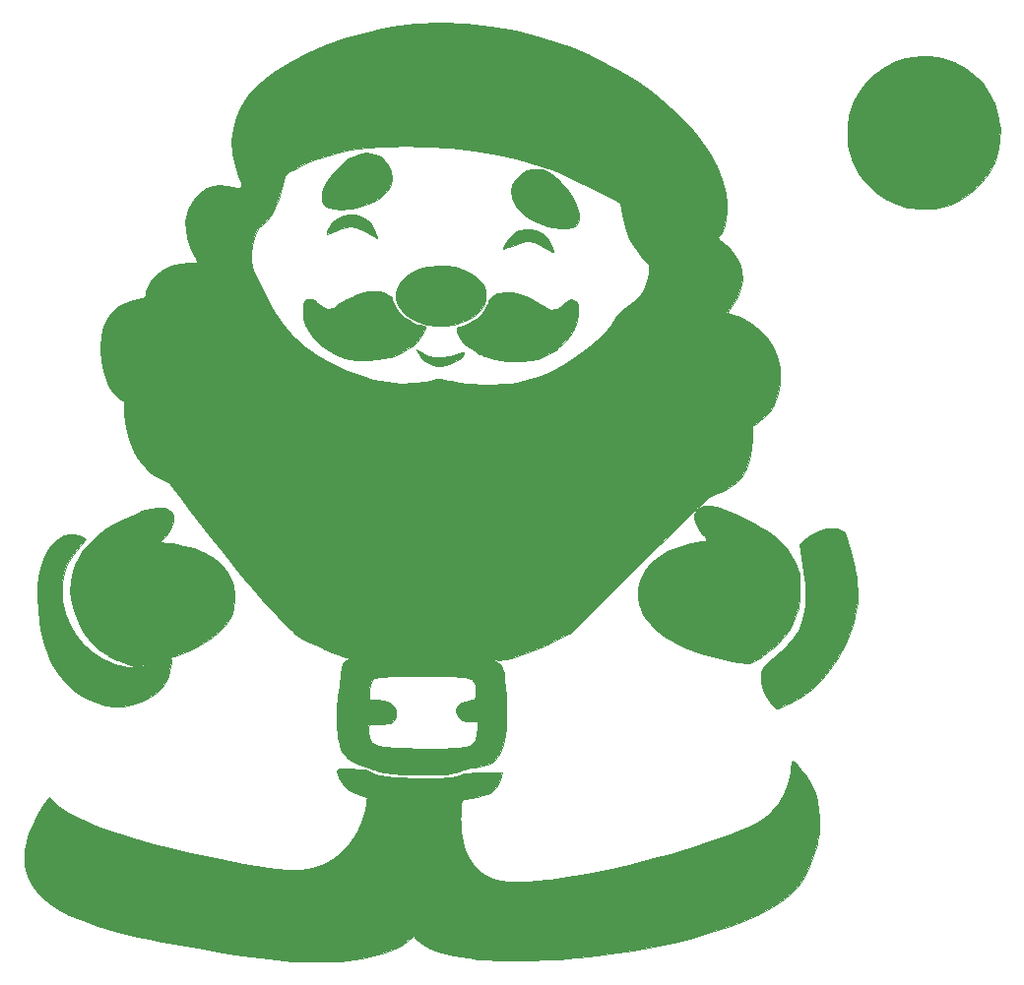
<source format=gbr>
%TF.GenerationSoftware,KiCad,Pcbnew,9.0.6*%
%TF.CreationDate,2025-12-18T17:12:23+01:00*%
%TF.ProjectId,Santa,53616e74-612e-46b6-9963-61645f706362,rev?*%
%TF.SameCoordinates,Original*%
%TF.FileFunction,Legend,Top*%
%TF.FilePolarity,Positive*%
%FSLAX46Y46*%
G04 Gerber Fmt 4.6, Leading zero omitted, Abs format (unit mm)*
G04 Created by KiCad (PCBNEW 9.0.6) date 2025-12-18 17:12:23*
%MOMM*%
%LPD*%
G01*
G04 APERTURE LIST*
%ADD10C,0.010000*%
G04 APERTURE END LIST*
D10*
%TO.C,G\u002A\u002A\u002A*%
X162257561Y-113004861D02*
X162311878Y-113034657D01*
X162500542Y-113193728D01*
X162746133Y-113465109D01*
X163022499Y-113813562D01*
X163303485Y-114203845D01*
X163562938Y-114600720D01*
X163774704Y-114968946D01*
X163831807Y-115082633D01*
X164134802Y-115784346D01*
X164341632Y-116443981D01*
X164465529Y-117121353D01*
X164519725Y-117876277D01*
X164524857Y-118215300D01*
X164519728Y-118740182D01*
X164496695Y-119158925D01*
X164448638Y-119534376D01*
X164368439Y-119929385D01*
X164298134Y-120216852D01*
X164026654Y-121138222D01*
X163699422Y-122005256D01*
X163330355Y-122787855D01*
X162933364Y-123455922D01*
X162596725Y-123897197D01*
X161973658Y-124507821D01*
X161190875Y-125103433D01*
X160257558Y-125681193D01*
X159182886Y-126238260D01*
X157976041Y-126771795D01*
X156646203Y-127278957D01*
X155202551Y-127756907D01*
X153654267Y-128202803D01*
X152010531Y-128613805D01*
X150280523Y-128987075D01*
X148473424Y-129319770D01*
X146598413Y-129609051D01*
X144664672Y-129852079D01*
X142737067Y-130041312D01*
X142206256Y-130077064D01*
X141558207Y-130105832D01*
X140820636Y-130127623D01*
X140021261Y-130142446D01*
X139187799Y-130150309D01*
X138347969Y-130151221D01*
X137529487Y-130145189D01*
X136760071Y-130132222D01*
X136067439Y-130112327D01*
X135479309Y-130085514D01*
X135023397Y-130051791D01*
X134905400Y-130038991D01*
X133698858Y-129867436D01*
X132654546Y-129664423D01*
X131768036Y-129428496D01*
X131034905Y-129158202D01*
X130450726Y-128852085D01*
X130011074Y-128508691D01*
X129903838Y-128394904D01*
X129584586Y-128027903D01*
X129237890Y-128374599D01*
X128709026Y-128801180D01*
X128026030Y-129181624D01*
X127198578Y-129512705D01*
X126236343Y-129791193D01*
X125149002Y-130013863D01*
X123946229Y-130177486D01*
X123783929Y-130194051D01*
X123431170Y-130218691D01*
X122947764Y-130238416D01*
X122372335Y-130252963D01*
X121743504Y-130262068D01*
X121099894Y-130265465D01*
X120480129Y-130262891D01*
X119922831Y-130254080D01*
X119466622Y-130238768D01*
X119242067Y-130225163D01*
X117855450Y-130100004D01*
X116400217Y-129936799D01*
X114861313Y-129733267D01*
X113223681Y-129487126D01*
X111472267Y-129196095D01*
X109592015Y-128857893D01*
X107567869Y-128470238D01*
X107261733Y-128409828D01*
X105493472Y-128031249D01*
X103889643Y-127627672D01*
X102446949Y-127197366D01*
X101162096Y-126738604D01*
X100031788Y-126249655D01*
X99052729Y-125728791D01*
X98221623Y-125174283D01*
X97535176Y-124584402D01*
X96990092Y-123957418D01*
X96583075Y-123291603D01*
X96338484Y-122678655D01*
X96213673Y-122079899D01*
X96169190Y-121391497D01*
X96205033Y-120672874D01*
X96321203Y-119983451D01*
X96338525Y-119913356D01*
X96545262Y-119267517D01*
X96845626Y-118549347D01*
X97215107Y-117807827D01*
X97629194Y-117091939D01*
X98063378Y-116450665D01*
X98087314Y-116418587D01*
X98291941Y-116145874D01*
X98603954Y-116491235D01*
X99052171Y-116900837D01*
X99664982Y-117321405D01*
X100438139Y-117750977D01*
X101367398Y-118187589D01*
X102448513Y-118629276D01*
X103677237Y-119074077D01*
X105049325Y-119520027D01*
X105357524Y-119614319D01*
X106439915Y-119929379D01*
X107598302Y-120243420D01*
X108811519Y-120552103D01*
X110058395Y-120851089D01*
X111317764Y-121136039D01*
X112568458Y-121402617D01*
X113789307Y-121646484D01*
X114959143Y-121863300D01*
X116056799Y-122048729D01*
X117061107Y-122198432D01*
X117950897Y-122308070D01*
X118705002Y-122373305D01*
X118861067Y-122381762D01*
X119958253Y-122363184D01*
X120966551Y-122200571D01*
X121886750Y-121893524D01*
X122719639Y-121441646D01*
X123466005Y-120844538D01*
X124126639Y-120101802D01*
X124518652Y-119527445D01*
X124781406Y-119040463D01*
X125038309Y-118458149D01*
X125269367Y-117835794D01*
X125454586Y-117228689D01*
X125573971Y-116692124D01*
X125593846Y-116554128D01*
X125651163Y-116078290D01*
X125332253Y-116018462D01*
X124629204Y-115818670D01*
X124044152Y-115507833D01*
X123584097Y-115091190D01*
X123256042Y-114573982D01*
X123190118Y-114415404D01*
X123085341Y-114136970D01*
X123024576Y-113937027D01*
X123027123Y-113803618D01*
X123112283Y-113724783D01*
X123299356Y-113688568D01*
X123607643Y-113683013D01*
X124056444Y-113696162D01*
X124335373Y-113705873D01*
X124841483Y-113724589D01*
X125205507Y-113744049D01*
X125454660Y-113768321D01*
X125616155Y-113801475D01*
X125717207Y-113847580D01*
X125785030Y-113910707D01*
X125795873Y-113924274D01*
X125971516Y-114042592D01*
X126295995Y-114152628D01*
X126748922Y-114252194D01*
X127309910Y-114339100D01*
X127958569Y-114411158D01*
X128674513Y-114466180D01*
X129437353Y-114501977D01*
X130226702Y-114516359D01*
X131022172Y-114507139D01*
X131180067Y-114502275D01*
X131900304Y-114472177D01*
X132475331Y-114434468D01*
X132929213Y-114385912D01*
X133286015Y-114323273D01*
X133569804Y-114243314D01*
X133787085Y-114151675D01*
X133919723Y-114104204D01*
X134115416Y-114069417D01*
X134397681Y-114045703D01*
X134790032Y-114031453D01*
X135315984Y-114025057D01*
X135647253Y-114024300D01*
X137252090Y-114024300D01*
X137197999Y-114257133D01*
X137072231Y-114621044D01*
X136872197Y-115013821D01*
X136634805Y-115372737D01*
X136396963Y-115635068D01*
X136377925Y-115650888D01*
X136191004Y-115770395D01*
X135930675Y-115879289D01*
X135576117Y-115983158D01*
X135106507Y-116087590D01*
X134501024Y-116198173D01*
X134083130Y-116266734D01*
X133869311Y-116320379D01*
X133761408Y-116429143D01*
X133702152Y-116631030D01*
X133678434Y-116831611D01*
X133660466Y-117159509D01*
X133649745Y-117572764D01*
X133647770Y-118029412D01*
X133648648Y-118130633D01*
X133699546Y-119108013D01*
X133833564Y-119955740D01*
X134057756Y-120695451D01*
X134379178Y-121348781D01*
X134804884Y-121937366D01*
X134939280Y-122088705D01*
X135394947Y-122518875D01*
X135892701Y-122858644D01*
X136451017Y-123112637D01*
X137088372Y-123285479D01*
X137823240Y-123381797D01*
X138674097Y-123406216D01*
X139659419Y-123363362D01*
X139943067Y-123341509D01*
X141404753Y-123191970D01*
X142938916Y-122978825D01*
X144563587Y-122698875D01*
X146296801Y-122348918D01*
X148156591Y-121925755D01*
X148802771Y-121769107D01*
X150268606Y-121395292D01*
X151690811Y-121006282D01*
X153054607Y-120607111D01*
X154345217Y-120202817D01*
X155547865Y-119798434D01*
X156647772Y-119398997D01*
X157630161Y-119009542D01*
X158480254Y-118635105D01*
X159183275Y-118280722D01*
X159397970Y-118158753D01*
X159678478Y-117967271D01*
X160016217Y-117698533D01*
X160353394Y-117399558D01*
X160473216Y-117283967D01*
X161052958Y-116605738D01*
X161501696Y-115847177D01*
X161825591Y-114994130D01*
X162030805Y-114032445D01*
X162083814Y-113584991D01*
X162117006Y-113259686D01*
X162148967Y-113074014D01*
X162191788Y-112998798D01*
X162257561Y-113004861D01*
G36*
X162257561Y-113004861D02*
G01*
X162311878Y-113034657D01*
X162500542Y-113193728D01*
X162746133Y-113465109D01*
X163022499Y-113813562D01*
X163303485Y-114203845D01*
X163562938Y-114600720D01*
X163774704Y-114968946D01*
X163831807Y-115082633D01*
X164134802Y-115784346D01*
X164341632Y-116443981D01*
X164465529Y-117121353D01*
X164519725Y-117876277D01*
X164524857Y-118215300D01*
X164519728Y-118740182D01*
X164496695Y-119158925D01*
X164448638Y-119534376D01*
X164368439Y-119929385D01*
X164298134Y-120216852D01*
X164026654Y-121138222D01*
X163699422Y-122005256D01*
X163330355Y-122787855D01*
X162933364Y-123455922D01*
X162596725Y-123897197D01*
X161973658Y-124507821D01*
X161190875Y-125103433D01*
X160257558Y-125681193D01*
X159182886Y-126238260D01*
X157976041Y-126771795D01*
X156646203Y-127278957D01*
X155202551Y-127756907D01*
X153654267Y-128202803D01*
X152010531Y-128613805D01*
X150280523Y-128987075D01*
X148473424Y-129319770D01*
X146598413Y-129609051D01*
X144664672Y-129852079D01*
X142737067Y-130041312D01*
X142206256Y-130077064D01*
X141558207Y-130105832D01*
X140820636Y-130127623D01*
X140021261Y-130142446D01*
X139187799Y-130150309D01*
X138347969Y-130151221D01*
X137529487Y-130145189D01*
X136760071Y-130132222D01*
X136067439Y-130112327D01*
X135479309Y-130085514D01*
X135023397Y-130051791D01*
X134905400Y-130038991D01*
X133698858Y-129867436D01*
X132654546Y-129664423D01*
X131768036Y-129428496D01*
X131034905Y-129158202D01*
X130450726Y-128852085D01*
X130011074Y-128508691D01*
X129903838Y-128394904D01*
X129584586Y-128027903D01*
X129237890Y-128374599D01*
X128709026Y-128801180D01*
X128026030Y-129181624D01*
X127198578Y-129512705D01*
X126236343Y-129791193D01*
X125149002Y-130013863D01*
X123946229Y-130177486D01*
X123783929Y-130194051D01*
X123431170Y-130218691D01*
X122947764Y-130238416D01*
X122372335Y-130252963D01*
X121743504Y-130262068D01*
X121099894Y-130265465D01*
X120480129Y-130262891D01*
X119922831Y-130254080D01*
X119466622Y-130238768D01*
X119242067Y-130225163D01*
X117855450Y-130100004D01*
X116400217Y-129936799D01*
X114861313Y-129733267D01*
X113223681Y-129487126D01*
X111472267Y-129196095D01*
X109592015Y-128857893D01*
X107567869Y-128470238D01*
X107261733Y-128409828D01*
X105493472Y-128031249D01*
X103889643Y-127627672D01*
X102446949Y-127197366D01*
X101162096Y-126738604D01*
X100031788Y-126249655D01*
X99052729Y-125728791D01*
X98221623Y-125174283D01*
X97535176Y-124584402D01*
X96990092Y-123957418D01*
X96583075Y-123291603D01*
X96338484Y-122678655D01*
X96213673Y-122079899D01*
X96169190Y-121391497D01*
X96205033Y-120672874D01*
X96321203Y-119983451D01*
X96338525Y-119913356D01*
X96545262Y-119267517D01*
X96845626Y-118549347D01*
X97215107Y-117807827D01*
X97629194Y-117091939D01*
X98063378Y-116450665D01*
X98087314Y-116418587D01*
X98291941Y-116145874D01*
X98603954Y-116491235D01*
X99052171Y-116900837D01*
X99664982Y-117321405D01*
X100438139Y-117750977D01*
X101367398Y-118187589D01*
X102448513Y-118629276D01*
X103677237Y-119074077D01*
X105049325Y-119520027D01*
X105357524Y-119614319D01*
X106439915Y-119929379D01*
X107598302Y-120243420D01*
X108811519Y-120552103D01*
X110058395Y-120851089D01*
X111317764Y-121136039D01*
X112568458Y-121402617D01*
X113789307Y-121646484D01*
X114959143Y-121863300D01*
X116056799Y-122048729D01*
X117061107Y-122198432D01*
X117950897Y-122308070D01*
X118705002Y-122373305D01*
X118861067Y-122381762D01*
X119958253Y-122363184D01*
X120966551Y-122200571D01*
X121886750Y-121893524D01*
X122719639Y-121441646D01*
X123466005Y-120844538D01*
X124126639Y-120101802D01*
X124518652Y-119527445D01*
X124781406Y-119040463D01*
X125038309Y-118458149D01*
X125269367Y-117835794D01*
X125454586Y-117228689D01*
X125573971Y-116692124D01*
X125593846Y-116554128D01*
X125651163Y-116078290D01*
X125332253Y-116018462D01*
X124629204Y-115818670D01*
X124044152Y-115507833D01*
X123584097Y-115091190D01*
X123256042Y-114573982D01*
X123190118Y-114415404D01*
X123085341Y-114136970D01*
X123024576Y-113937027D01*
X123027123Y-113803618D01*
X123112283Y-113724783D01*
X123299356Y-113688568D01*
X123607643Y-113683013D01*
X124056444Y-113696162D01*
X124335373Y-113705873D01*
X124841483Y-113724589D01*
X125205507Y-113744049D01*
X125454660Y-113768321D01*
X125616155Y-113801475D01*
X125717207Y-113847580D01*
X125785030Y-113910707D01*
X125795873Y-113924274D01*
X125971516Y-114042592D01*
X126295995Y-114152628D01*
X126748922Y-114252194D01*
X127309910Y-114339100D01*
X127958569Y-114411158D01*
X128674513Y-114466180D01*
X129437353Y-114501977D01*
X130226702Y-114516359D01*
X131022172Y-114507139D01*
X131180067Y-114502275D01*
X131900304Y-114472177D01*
X132475331Y-114434468D01*
X132929213Y-114385912D01*
X133286015Y-114323273D01*
X133569804Y-114243314D01*
X133787085Y-114151675D01*
X133919723Y-114104204D01*
X134115416Y-114069417D01*
X134397681Y-114045703D01*
X134790032Y-114031453D01*
X135315984Y-114025057D01*
X135647253Y-114024300D01*
X137252090Y-114024300D01*
X137197999Y-114257133D01*
X137072231Y-114621044D01*
X136872197Y-115013821D01*
X136634805Y-115372737D01*
X136396963Y-115635068D01*
X136377925Y-115650888D01*
X136191004Y-115770395D01*
X135930675Y-115879289D01*
X135576117Y-115983158D01*
X135106507Y-116087590D01*
X134501024Y-116198173D01*
X134083130Y-116266734D01*
X133869311Y-116320379D01*
X133761408Y-116429143D01*
X133702152Y-116631030D01*
X133678434Y-116831611D01*
X133660466Y-117159509D01*
X133649745Y-117572764D01*
X133647770Y-118029412D01*
X133648648Y-118130633D01*
X133699546Y-119108013D01*
X133833564Y-119955740D01*
X134057756Y-120695451D01*
X134379178Y-121348781D01*
X134804884Y-121937366D01*
X134939280Y-122088705D01*
X135394947Y-122518875D01*
X135892701Y-122858644D01*
X136451017Y-123112637D01*
X137088372Y-123285479D01*
X137823240Y-123381797D01*
X138674097Y-123406216D01*
X139659419Y-123363362D01*
X139943067Y-123341509D01*
X141404753Y-123191970D01*
X142938916Y-122978825D01*
X144563587Y-122698875D01*
X146296801Y-122348918D01*
X148156591Y-121925755D01*
X148802771Y-121769107D01*
X150268606Y-121395292D01*
X151690811Y-121006282D01*
X153054607Y-120607111D01*
X154345217Y-120202817D01*
X155547865Y-119798434D01*
X156647772Y-119398997D01*
X157630161Y-119009542D01*
X158480254Y-118635105D01*
X159183275Y-118280722D01*
X159397970Y-118158753D01*
X159678478Y-117967271D01*
X160016217Y-117698533D01*
X160353394Y-117399558D01*
X160473216Y-117283967D01*
X161052958Y-116605738D01*
X161501696Y-115847177D01*
X161825591Y-114994130D01*
X162030805Y-114032445D01*
X162083814Y-113584991D01*
X162117006Y-113259686D01*
X162148967Y-113074014D01*
X162191788Y-112998798D01*
X162257561Y-113004861D01*
G37*
X134106975Y-49578742D02*
X136264862Y-49805070D01*
X138421216Y-50187772D01*
X140563340Y-50725439D01*
X142678538Y-51416661D01*
X143033509Y-51548951D01*
X144582222Y-52190851D01*
X146082577Y-52919266D01*
X147524233Y-53724885D01*
X148896845Y-54598398D01*
X150190070Y-55530494D01*
X151393565Y-56511863D01*
X152496986Y-57533195D01*
X153489990Y-58585180D01*
X154362234Y-59658507D01*
X155103373Y-60743866D01*
X155703065Y-61831947D01*
X156150966Y-62913439D01*
X156333680Y-63520633D01*
X156478341Y-64234619D01*
X156553178Y-64960164D01*
X156560494Y-65667844D01*
X156502589Y-66328234D01*
X156381766Y-66911912D01*
X156200327Y-67389452D01*
X156008231Y-67680854D01*
X155756029Y-67968097D01*
X155998714Y-68156646D01*
X156704340Y-68785950D01*
X157246006Y-69447426D01*
X157622954Y-70136580D01*
X157834424Y-70848916D01*
X157879656Y-71579937D01*
X157757892Y-72325149D01*
X157468371Y-73080056D01*
X157010334Y-73840162D01*
X156968579Y-73898060D01*
X156552136Y-74468823D01*
X156862435Y-74526674D01*
X157100461Y-74590104D01*
X157421353Y-74699779D01*
X157741797Y-74826269D01*
X158619708Y-75285217D01*
X159378420Y-75861666D01*
X160012127Y-76547355D01*
X160515020Y-77334022D01*
X160881294Y-78213408D01*
X161105140Y-79177249D01*
X161162107Y-79691967D01*
X161144900Y-80563099D01*
X160964399Y-81427248D01*
X160618062Y-82296463D01*
X160608114Y-82316633D01*
X160266550Y-82907702D01*
X159869906Y-83384661D01*
X159369876Y-83802594D01*
X159205782Y-83915861D01*
X158783497Y-84197300D01*
X158770526Y-85119633D01*
X158698440Y-86151033D01*
X158514193Y-87073912D01*
X158220097Y-87881404D01*
X157818467Y-88566644D01*
X157472756Y-88971726D01*
X157062579Y-89318246D01*
X156566022Y-89639622D01*
X156041053Y-89903990D01*
X155545639Y-90079484D01*
X155397038Y-90112735D01*
X155333236Y-90130967D01*
X155255028Y-90168687D01*
X155155132Y-90232798D01*
X155026265Y-90330204D01*
X154861142Y-90467810D01*
X154652481Y-90652519D01*
X154392999Y-90891236D01*
X154075413Y-91190865D01*
X153692440Y-91558310D01*
X153236796Y-92000475D01*
X152701199Y-92524263D01*
X152078365Y-93136580D01*
X151361011Y-93844329D01*
X150541855Y-94654415D01*
X149613613Y-95573741D01*
X149116160Y-96066761D01*
X143171644Y-101959300D01*
X142086522Y-102529276D01*
X141126947Y-103001894D01*
X140140240Y-103430007D01*
X139173807Y-103794823D01*
X138275055Y-104077548D01*
X137995733Y-104151036D01*
X137595668Y-104247702D01*
X137315640Y-104304307D01*
X137111959Y-104323996D01*
X136940931Y-104309914D01*
X136758866Y-104265204D01*
X136691110Y-104244934D01*
X136380522Y-104155780D01*
X136226808Y-104126849D01*
X136227980Y-104159735D01*
X136382053Y-104256036D01*
X136558927Y-104351133D01*
X136835271Y-104518791D01*
X137069597Y-104700797D01*
X137169786Y-104806075D01*
X137279722Y-105044050D01*
X137375853Y-105436444D01*
X137456594Y-105968785D01*
X137520362Y-106626599D01*
X137565573Y-107395416D01*
X137590641Y-108260762D01*
X137594986Y-108690300D01*
X137589947Y-109502707D01*
X137563895Y-110176118D01*
X137512417Y-110740053D01*
X137431098Y-111224033D01*
X137315523Y-111657578D01*
X137161278Y-112070211D01*
X137053963Y-112308212D01*
X136863582Y-112652915D01*
X136641835Y-112925486D01*
X136363842Y-113138908D01*
X136004721Y-113306163D01*
X135539592Y-113440234D01*
X134943573Y-113554103D01*
X134554674Y-113612305D01*
X134233478Y-113663989D01*
X133988429Y-113716272D01*
X133858313Y-113760355D01*
X133847067Y-113772858D01*
X133767021Y-113858460D01*
X133544425Y-113948422D01*
X133205584Y-114034449D01*
X132788733Y-114106571D01*
X132533783Y-114129501D01*
X132145003Y-114148334D01*
X131657851Y-114162804D01*
X131107788Y-114172644D01*
X130530273Y-114177586D01*
X129960765Y-114177364D01*
X129434723Y-114171711D01*
X128987608Y-114160359D01*
X128654879Y-114143041D01*
X128597733Y-114138136D01*
X127845787Y-114057833D01*
X127188569Y-113971026D01*
X126641144Y-113880518D01*
X126218580Y-113789114D01*
X125935941Y-113699616D01*
X125811239Y-113619628D01*
X125713000Y-113563526D01*
X125491242Y-113474970D01*
X125185013Y-113368896D01*
X125010734Y-113313434D01*
X124617981Y-113182350D01*
X124335779Y-113057314D01*
X124109263Y-112908158D01*
X123883566Y-112704718D01*
X123858761Y-112680058D01*
X123588578Y-112365249D01*
X123387814Y-112014926D01*
X123239727Y-111588826D01*
X123127578Y-111046685D01*
X123097568Y-110849300D01*
X123071080Y-110557026D01*
X125735087Y-110557026D01*
X125824945Y-110996287D01*
X126026282Y-111356076D01*
X126262668Y-111564806D01*
X126395793Y-111635916D01*
X126555374Y-111694119D01*
X126762289Y-111741936D01*
X127037420Y-111781883D01*
X127401646Y-111816479D01*
X127875846Y-111848243D01*
X128480901Y-111879693D01*
X129105733Y-111907718D01*
X129912454Y-111934646D01*
X130727559Y-111947707D01*
X131522407Y-111947453D01*
X132268360Y-111934434D01*
X132936777Y-111909202D01*
X133499018Y-111872308D01*
X133926445Y-111824301D01*
X133991317Y-111813749D01*
X134424432Y-111690732D01*
X134741999Y-111482545D01*
X134955574Y-111172016D01*
X135076712Y-110741976D01*
X135116969Y-110175252D01*
X135117067Y-110140977D01*
X135117067Y-109621633D01*
X134600695Y-109621633D01*
X134223218Y-109594664D01*
X133895668Y-109523208D01*
X133792632Y-109483216D01*
X133502549Y-109270722D01*
X133320614Y-108983879D01*
X133261660Y-108665742D01*
X133340521Y-108359368D01*
X133382132Y-108291615D01*
X133539363Y-108158014D01*
X133804281Y-108013570D01*
X134118951Y-107882708D01*
X134425439Y-107789853D01*
X134645518Y-107758967D01*
X134785193Y-107734712D01*
X134874954Y-107642907D01*
X134924971Y-107454988D01*
X134945412Y-107142390D01*
X134947733Y-106910096D01*
X134920386Y-106477980D01*
X134821766Y-106179320D01*
X134627008Y-105984725D01*
X134311247Y-105864800D01*
X134018280Y-105811402D01*
X133613733Y-105767779D01*
X133097572Y-105732661D01*
X132491860Y-105705840D01*
X131818662Y-105687109D01*
X131100039Y-105676259D01*
X130358056Y-105673082D01*
X129614776Y-105677371D01*
X128892260Y-105688918D01*
X128212574Y-105707514D01*
X127597779Y-105732951D01*
X127069939Y-105765022D01*
X126651117Y-105803519D01*
X126363377Y-105848234D01*
X126248857Y-105884638D01*
X126053005Y-106083402D01*
X125921280Y-106430324D01*
X125856854Y-106915578D01*
X125850779Y-107117726D01*
X125846067Y-107716633D01*
X126523569Y-107767100D01*
X127040416Y-107832048D01*
X127430088Y-107948078D01*
X127730704Y-108129521D01*
X127888122Y-108280089D01*
X128085286Y-108605519D01*
X128141625Y-108958191D01*
X128061914Y-109296419D01*
X127850927Y-109578513D01*
X127729227Y-109667276D01*
X127560743Y-109749137D01*
X127356600Y-109799261D01*
X127073307Y-109824126D01*
X126667371Y-109830212D01*
X126636220Y-109830114D01*
X125817708Y-109826928D01*
X125768387Y-110073530D01*
X125735087Y-110557026D01*
X123071080Y-110557026D01*
X123036336Y-110173658D01*
X123022092Y-109370320D01*
X123052269Y-108473509D01*
X123124300Y-107517450D01*
X123235619Y-106536365D01*
X123383659Y-105564479D01*
X123562324Y-104651979D01*
X123655704Y-104499828D01*
X123846212Y-104324507D01*
X123962714Y-104244220D01*
X124164671Y-104116185D01*
X124231017Y-104058201D01*
X124171730Y-104053844D01*
X124066915Y-104072705D01*
X123862263Y-104060904D01*
X123530202Y-103978647D01*
X123093066Y-103834541D01*
X122573187Y-103637195D01*
X121992899Y-103395216D01*
X121812178Y-103313967D01*
X129021067Y-103313967D01*
X129063400Y-103356300D01*
X129105733Y-103313967D01*
X129096955Y-103305188D01*
X129523783Y-103305188D01*
X129567726Y-103314686D01*
X129752461Y-103321330D01*
X130063718Y-103324226D01*
X130121733Y-103324282D01*
X130451131Y-103322040D01*
X130656194Y-103315912D01*
X130722655Y-103306794D01*
X130636243Y-103295580D01*
X130608567Y-103293732D01*
X130220988Y-103281576D01*
X129801728Y-103286037D01*
X129634900Y-103293732D01*
X129523783Y-103305188D01*
X129096955Y-103305188D01*
X129063400Y-103271633D01*
X129021067Y-103313967D01*
X121812178Y-103313967D01*
X121374536Y-103117212D01*
X120740430Y-102811790D01*
X120560884Y-102721404D01*
X120189043Y-102530609D01*
X119895295Y-102370772D01*
X119649954Y-102218818D01*
X119423333Y-102051672D01*
X119185744Y-101846260D01*
X118907499Y-101579505D01*
X118558912Y-101228334D01*
X118301299Y-100965111D01*
X117761361Y-100394869D01*
X117134372Y-99701697D01*
X116432206Y-98900100D01*
X115666734Y-98004581D01*
X114849830Y-97029644D01*
X113993367Y-95989793D01*
X113109217Y-94899531D01*
X112209254Y-93773362D01*
X111305349Y-92625789D01*
X110409377Y-91471318D01*
X109533209Y-90324451D01*
X108878333Y-89454074D01*
X108604406Y-89130338D01*
X108356115Y-88937129D01*
X108207288Y-88872506D01*
X107576857Y-88590232D01*
X106967071Y-88162444D01*
X106403151Y-87612903D01*
X105910316Y-86965366D01*
X105592075Y-86408754D01*
X105209008Y-85538778D01*
X104948962Y-84703527D01*
X104795910Y-83841088D01*
X104740944Y-83120967D01*
X104698197Y-82062633D01*
X104312534Y-81808633D01*
X103874614Y-81424814D01*
X103495270Y-80897931D01*
X103181122Y-80246086D01*
X102938786Y-79487378D01*
X102774882Y-78639910D01*
X102696028Y-77721782D01*
X102689733Y-77370331D01*
X102754382Y-76460747D01*
X102947349Y-75656521D01*
X103267172Y-74960374D01*
X103712382Y-74375026D01*
X104281516Y-73903195D01*
X104680231Y-73676518D01*
X105086917Y-73502827D01*
X105524881Y-73356511D01*
X105934190Y-73255066D01*
X106254911Y-73215990D01*
X106257841Y-73215971D01*
X106465457Y-73153759D01*
X106569193Y-72963757D01*
X106584400Y-72796084D01*
X106632098Y-72589918D01*
X106758170Y-72295191D01*
X106937081Y-71957050D01*
X107143295Y-71620638D01*
X107351278Y-71331099D01*
X107514386Y-71151922D01*
X108106680Y-70727715D01*
X108809481Y-70417747D01*
X109602288Y-70228968D01*
X110415567Y-70168218D01*
X110724669Y-70161725D01*
X110955435Y-70145632D01*
X111067155Y-70123104D01*
X111071733Y-70117224D01*
X111033478Y-70023752D01*
X110932877Y-69824904D01*
X110791178Y-69562568D01*
X110781833Y-69545724D01*
X110652301Y-69271620D01*
X115658827Y-69271620D01*
X115658884Y-69885170D01*
X115737631Y-70462584D01*
X115900742Y-70970616D01*
X115924162Y-71021011D01*
X116078708Y-71332223D01*
X116235014Y-71632155D01*
X116313874Y-71775633D01*
X116415307Y-71967564D01*
X116566982Y-72271733D01*
X116748470Y-72646500D01*
X116939340Y-73050224D01*
X116941239Y-73054293D01*
X117593142Y-74282450D01*
X118350897Y-75392548D01*
X119224655Y-76395047D01*
X120224568Y-77300406D01*
X121360789Y-78119085D01*
X122508802Y-78790685D01*
X123717627Y-79369981D01*
X124945192Y-79837000D01*
X126172337Y-80188433D01*
X127379904Y-80420971D01*
X128548733Y-80531305D01*
X129659666Y-80516125D01*
X130693544Y-80372123D01*
X131095400Y-80273770D01*
X131349423Y-80205026D01*
X131553338Y-80162839D01*
X131747155Y-80148243D01*
X131970885Y-80162272D01*
X132264538Y-80205959D01*
X132668123Y-80280338D01*
X132873400Y-80319702D01*
X133587862Y-80449671D01*
X134199623Y-80540978D01*
X134766595Y-80598441D01*
X135346688Y-80626877D01*
X135997815Y-80631102D01*
X136514067Y-80622527D01*
X137310474Y-80592577D01*
X137969258Y-80540806D01*
X138521051Y-80464454D01*
X138738873Y-80422141D01*
X139737471Y-80171119D01*
X140667205Y-79852341D01*
X141571641Y-79446789D01*
X142494344Y-78935448D01*
X143254428Y-78451152D01*
X144090755Y-77876405D01*
X144793422Y-77355919D01*
X145381722Y-76871301D01*
X145874950Y-76404161D01*
X146292401Y-75936105D01*
X146653369Y-75448743D01*
X146977148Y-74923683D01*
X147002697Y-74878293D01*
X147195496Y-74561748D01*
X147382362Y-74342649D01*
X147621868Y-74161875D01*
X147839721Y-74033448D01*
X148536689Y-73571535D01*
X149078410Y-73048567D01*
X149470642Y-72455951D01*
X149719139Y-71785097D01*
X149827391Y-71066318D01*
X149872657Y-70340763D01*
X149357987Y-69790580D01*
X148718745Y-68985075D01*
X148201141Y-68071006D01*
X147812257Y-67064516D01*
X147559177Y-65981744D01*
X147500606Y-65558239D01*
X147436067Y-64987595D01*
X145319400Y-63895273D01*
X144026552Y-63247500D01*
X142833486Y-62693383D01*
X141707532Y-62221080D01*
X140616018Y-61818746D01*
X139526276Y-61474537D01*
X138405635Y-61176611D01*
X137221424Y-60913123D01*
X136935598Y-60855945D01*
X134866289Y-60503521D01*
X132807283Y-60263941D01*
X130712986Y-60133402D01*
X128537804Y-60108104D01*
X128059797Y-60115947D01*
X126813043Y-60158328D01*
X125703155Y-60233366D01*
X124699842Y-60346630D01*
X123772817Y-60503692D01*
X122891792Y-60710124D01*
X122026477Y-60971497D01*
X121146586Y-61293381D01*
X120723733Y-61465337D01*
X120006373Y-61779062D01*
X119425359Y-62062526D01*
X118987124Y-62312012D01*
X118698098Y-62523804D01*
X118564713Y-62694188D01*
X118558455Y-62716300D01*
X118315476Y-63747365D01*
X118030122Y-64656235D01*
X117706854Y-65433351D01*
X117350134Y-66069153D01*
X116964426Y-66554082D01*
X116640270Y-66825463D01*
X116332000Y-67120995D01*
X116074045Y-67546622D01*
X115872082Y-68069100D01*
X115731785Y-68655182D01*
X115658827Y-69271620D01*
X110652301Y-69271620D01*
X110431474Y-68804328D01*
X110181387Y-68037088D01*
X110040187Y-67282524D01*
X110016490Y-66579156D01*
X110049367Y-66271137D01*
X110233054Y-65598489D01*
X110548414Y-64968875D01*
X110972046Y-64414759D01*
X111480546Y-63968604D01*
X111876067Y-63737156D01*
X112375104Y-63572426D01*
X112956418Y-63493384D01*
X113553891Y-63504152D01*
X114072424Y-63600211D01*
X114350096Y-63675735D01*
X114517789Y-63699234D01*
X114626554Y-63671058D01*
X114713161Y-63604611D01*
X114790438Y-63521842D01*
X114814897Y-63429058D01*
X114782368Y-63281814D01*
X114688680Y-63035664D01*
X114651124Y-62943464D01*
X114268719Y-61816147D01*
X114052687Y-60715814D01*
X114001592Y-59646759D01*
X114114002Y-58613275D01*
X114388481Y-57619655D01*
X114823596Y-56670194D01*
X115417912Y-55769183D01*
X116169996Y-54920917D01*
X117078413Y-54129689D01*
X117757187Y-53644599D01*
X119067789Y-52851529D01*
X120508611Y-52116200D01*
X122046691Y-51451119D01*
X123649068Y-50868794D01*
X125282781Y-50381733D01*
X126914870Y-50002445D01*
X127751067Y-49852105D01*
X129837381Y-49600850D01*
X131960249Y-49510199D01*
X134106975Y-49578742D01*
G36*
X134106975Y-49578742D02*
G01*
X136264862Y-49805070D01*
X138421216Y-50187772D01*
X140563340Y-50725439D01*
X142678538Y-51416661D01*
X143033509Y-51548951D01*
X144582222Y-52190851D01*
X146082577Y-52919266D01*
X147524233Y-53724885D01*
X148896845Y-54598398D01*
X150190070Y-55530494D01*
X151393565Y-56511863D01*
X152496986Y-57533195D01*
X153489990Y-58585180D01*
X154362234Y-59658507D01*
X155103373Y-60743866D01*
X155703065Y-61831947D01*
X156150966Y-62913439D01*
X156333680Y-63520633D01*
X156478341Y-64234619D01*
X156553178Y-64960164D01*
X156560494Y-65667844D01*
X156502589Y-66328234D01*
X156381766Y-66911912D01*
X156200327Y-67389452D01*
X156008231Y-67680854D01*
X155756029Y-67968097D01*
X155998714Y-68156646D01*
X156704340Y-68785950D01*
X157246006Y-69447426D01*
X157622954Y-70136580D01*
X157834424Y-70848916D01*
X157879656Y-71579937D01*
X157757892Y-72325149D01*
X157468371Y-73080056D01*
X157010334Y-73840162D01*
X156968579Y-73898060D01*
X156552136Y-74468823D01*
X156862435Y-74526674D01*
X157100461Y-74590104D01*
X157421353Y-74699779D01*
X157741797Y-74826269D01*
X158619708Y-75285217D01*
X159378420Y-75861666D01*
X160012127Y-76547355D01*
X160515020Y-77334022D01*
X160881294Y-78213408D01*
X161105140Y-79177249D01*
X161162107Y-79691967D01*
X161144900Y-80563099D01*
X160964399Y-81427248D01*
X160618062Y-82296463D01*
X160608114Y-82316633D01*
X160266550Y-82907702D01*
X159869906Y-83384661D01*
X159369876Y-83802594D01*
X159205782Y-83915861D01*
X158783497Y-84197300D01*
X158770526Y-85119633D01*
X158698440Y-86151033D01*
X158514193Y-87073912D01*
X158220097Y-87881404D01*
X157818467Y-88566644D01*
X157472756Y-88971726D01*
X157062579Y-89318246D01*
X156566022Y-89639622D01*
X156041053Y-89903990D01*
X155545639Y-90079484D01*
X155397038Y-90112735D01*
X155333236Y-90130967D01*
X155255028Y-90168687D01*
X155155132Y-90232798D01*
X155026265Y-90330204D01*
X154861142Y-90467810D01*
X154652481Y-90652519D01*
X154392999Y-90891236D01*
X154075413Y-91190865D01*
X153692440Y-91558310D01*
X153236796Y-92000475D01*
X152701199Y-92524263D01*
X152078365Y-93136580D01*
X151361011Y-93844329D01*
X150541855Y-94654415D01*
X149613613Y-95573741D01*
X149116160Y-96066761D01*
X143171644Y-101959300D01*
X142086522Y-102529276D01*
X141126947Y-103001894D01*
X140140240Y-103430007D01*
X139173807Y-103794823D01*
X138275055Y-104077548D01*
X137995733Y-104151036D01*
X137595668Y-104247702D01*
X137315640Y-104304307D01*
X137111959Y-104323996D01*
X136940931Y-104309914D01*
X136758866Y-104265204D01*
X136691110Y-104244934D01*
X136380522Y-104155780D01*
X136226808Y-104126849D01*
X136227980Y-104159735D01*
X136382053Y-104256036D01*
X136558927Y-104351133D01*
X136835271Y-104518791D01*
X137069597Y-104700797D01*
X137169786Y-104806075D01*
X137279722Y-105044050D01*
X137375853Y-105436444D01*
X137456594Y-105968785D01*
X137520362Y-106626599D01*
X137565573Y-107395416D01*
X137590641Y-108260762D01*
X137594986Y-108690300D01*
X137589947Y-109502707D01*
X137563895Y-110176118D01*
X137512417Y-110740053D01*
X137431098Y-111224033D01*
X137315523Y-111657578D01*
X137161278Y-112070211D01*
X137053963Y-112308212D01*
X136863582Y-112652915D01*
X136641835Y-112925486D01*
X136363842Y-113138908D01*
X136004721Y-113306163D01*
X135539592Y-113440234D01*
X134943573Y-113554103D01*
X134554674Y-113612305D01*
X134233478Y-113663989D01*
X133988429Y-113716272D01*
X133858313Y-113760355D01*
X133847067Y-113772858D01*
X133767021Y-113858460D01*
X133544425Y-113948422D01*
X133205584Y-114034449D01*
X132788733Y-114106571D01*
X132533783Y-114129501D01*
X132145003Y-114148334D01*
X131657851Y-114162804D01*
X131107788Y-114172644D01*
X130530273Y-114177586D01*
X129960765Y-114177364D01*
X129434723Y-114171711D01*
X128987608Y-114160359D01*
X128654879Y-114143041D01*
X128597733Y-114138136D01*
X127845787Y-114057833D01*
X127188569Y-113971026D01*
X126641144Y-113880518D01*
X126218580Y-113789114D01*
X125935941Y-113699616D01*
X125811239Y-113619628D01*
X125713000Y-113563526D01*
X125491242Y-113474970D01*
X125185013Y-113368896D01*
X125010734Y-113313434D01*
X124617981Y-113182350D01*
X124335779Y-113057314D01*
X124109263Y-112908158D01*
X123883566Y-112704718D01*
X123858761Y-112680058D01*
X123588578Y-112365249D01*
X123387814Y-112014926D01*
X123239727Y-111588826D01*
X123127578Y-111046685D01*
X123097568Y-110849300D01*
X123071080Y-110557026D01*
X125735087Y-110557026D01*
X125824945Y-110996287D01*
X126026282Y-111356076D01*
X126262668Y-111564806D01*
X126395793Y-111635916D01*
X126555374Y-111694119D01*
X126762289Y-111741936D01*
X127037420Y-111781883D01*
X127401646Y-111816479D01*
X127875846Y-111848243D01*
X128480901Y-111879693D01*
X129105733Y-111907718D01*
X129912454Y-111934646D01*
X130727559Y-111947707D01*
X131522407Y-111947453D01*
X132268360Y-111934434D01*
X132936777Y-111909202D01*
X133499018Y-111872308D01*
X133926445Y-111824301D01*
X133991317Y-111813749D01*
X134424432Y-111690732D01*
X134741999Y-111482545D01*
X134955574Y-111172016D01*
X135076712Y-110741976D01*
X135116969Y-110175252D01*
X135117067Y-110140977D01*
X135117067Y-109621633D01*
X134600695Y-109621633D01*
X134223218Y-109594664D01*
X133895668Y-109523208D01*
X133792632Y-109483216D01*
X133502549Y-109270722D01*
X133320614Y-108983879D01*
X133261660Y-108665742D01*
X133340521Y-108359368D01*
X133382132Y-108291615D01*
X133539363Y-108158014D01*
X133804281Y-108013570D01*
X134118951Y-107882708D01*
X134425439Y-107789853D01*
X134645518Y-107758967D01*
X134785193Y-107734712D01*
X134874954Y-107642907D01*
X134924971Y-107454988D01*
X134945412Y-107142390D01*
X134947733Y-106910096D01*
X134920386Y-106477980D01*
X134821766Y-106179320D01*
X134627008Y-105984725D01*
X134311247Y-105864800D01*
X134018280Y-105811402D01*
X133613733Y-105767779D01*
X133097572Y-105732661D01*
X132491860Y-105705840D01*
X131818662Y-105687109D01*
X131100039Y-105676259D01*
X130358056Y-105673082D01*
X129614776Y-105677371D01*
X128892260Y-105688918D01*
X128212574Y-105707514D01*
X127597779Y-105732951D01*
X127069939Y-105765022D01*
X126651117Y-105803519D01*
X126363377Y-105848234D01*
X126248857Y-105884638D01*
X126053005Y-106083402D01*
X125921280Y-106430324D01*
X125856854Y-106915578D01*
X125850779Y-107117726D01*
X125846067Y-107716633D01*
X126523569Y-107767100D01*
X127040416Y-107832048D01*
X127430088Y-107948078D01*
X127730704Y-108129521D01*
X127888122Y-108280089D01*
X128085286Y-108605519D01*
X128141625Y-108958191D01*
X128061914Y-109296419D01*
X127850927Y-109578513D01*
X127729227Y-109667276D01*
X127560743Y-109749137D01*
X127356600Y-109799261D01*
X127073307Y-109824126D01*
X126667371Y-109830212D01*
X126636220Y-109830114D01*
X125817708Y-109826928D01*
X125768387Y-110073530D01*
X125735087Y-110557026D01*
X123071080Y-110557026D01*
X123036336Y-110173658D01*
X123022092Y-109370320D01*
X123052269Y-108473509D01*
X123124300Y-107517450D01*
X123235619Y-106536365D01*
X123383659Y-105564479D01*
X123562324Y-104651979D01*
X123655704Y-104499828D01*
X123846212Y-104324507D01*
X123962714Y-104244220D01*
X124164671Y-104116185D01*
X124231017Y-104058201D01*
X124171730Y-104053844D01*
X124066915Y-104072705D01*
X123862263Y-104060904D01*
X123530202Y-103978647D01*
X123093066Y-103834541D01*
X122573187Y-103637195D01*
X121992899Y-103395216D01*
X121812178Y-103313967D01*
X129021067Y-103313967D01*
X129063400Y-103356300D01*
X129105733Y-103313967D01*
X129096955Y-103305188D01*
X129523783Y-103305188D01*
X129567726Y-103314686D01*
X129752461Y-103321330D01*
X130063718Y-103324226D01*
X130121733Y-103324282D01*
X130451131Y-103322040D01*
X130656194Y-103315912D01*
X130722655Y-103306794D01*
X130636243Y-103295580D01*
X130608567Y-103293732D01*
X130220988Y-103281576D01*
X129801728Y-103286037D01*
X129634900Y-103293732D01*
X129523783Y-103305188D01*
X129096955Y-103305188D01*
X129063400Y-103271633D01*
X129021067Y-103313967D01*
X121812178Y-103313967D01*
X121374536Y-103117212D01*
X120740430Y-102811790D01*
X120560884Y-102721404D01*
X120189043Y-102530609D01*
X119895295Y-102370772D01*
X119649954Y-102218818D01*
X119423333Y-102051672D01*
X119185744Y-101846260D01*
X118907499Y-101579505D01*
X118558912Y-101228334D01*
X118301299Y-100965111D01*
X117761361Y-100394869D01*
X117134372Y-99701697D01*
X116432206Y-98900100D01*
X115666734Y-98004581D01*
X114849830Y-97029644D01*
X113993367Y-95989793D01*
X113109217Y-94899531D01*
X112209254Y-93773362D01*
X111305349Y-92625789D01*
X110409377Y-91471318D01*
X109533209Y-90324451D01*
X108878333Y-89454074D01*
X108604406Y-89130338D01*
X108356115Y-88937129D01*
X108207288Y-88872506D01*
X107576857Y-88590232D01*
X106967071Y-88162444D01*
X106403151Y-87612903D01*
X105910316Y-86965366D01*
X105592075Y-86408754D01*
X105209008Y-85538778D01*
X104948962Y-84703527D01*
X104795910Y-83841088D01*
X104740944Y-83120967D01*
X104698197Y-82062633D01*
X104312534Y-81808633D01*
X103874614Y-81424814D01*
X103495270Y-80897931D01*
X103181122Y-80246086D01*
X102938786Y-79487378D01*
X102774882Y-78639910D01*
X102696028Y-77721782D01*
X102689733Y-77370331D01*
X102754382Y-76460747D01*
X102947349Y-75656521D01*
X103267172Y-74960374D01*
X103712382Y-74375026D01*
X104281516Y-73903195D01*
X104680231Y-73676518D01*
X105086917Y-73502827D01*
X105524881Y-73356511D01*
X105934190Y-73255066D01*
X106254911Y-73215990D01*
X106257841Y-73215971D01*
X106465457Y-73153759D01*
X106569193Y-72963757D01*
X106584400Y-72796084D01*
X106632098Y-72589918D01*
X106758170Y-72295191D01*
X106937081Y-71957050D01*
X107143295Y-71620638D01*
X107351278Y-71331099D01*
X107514386Y-71151922D01*
X108106680Y-70727715D01*
X108809481Y-70417747D01*
X109602288Y-70228968D01*
X110415567Y-70168218D01*
X110724669Y-70161725D01*
X110955435Y-70145632D01*
X111067155Y-70123104D01*
X111071733Y-70117224D01*
X111033478Y-70023752D01*
X110932877Y-69824904D01*
X110791178Y-69562568D01*
X110781833Y-69545724D01*
X110652301Y-69271620D01*
X115658827Y-69271620D01*
X115658884Y-69885170D01*
X115737631Y-70462584D01*
X115900742Y-70970616D01*
X115924162Y-71021011D01*
X116078708Y-71332223D01*
X116235014Y-71632155D01*
X116313874Y-71775633D01*
X116415307Y-71967564D01*
X116566982Y-72271733D01*
X116748470Y-72646500D01*
X116939340Y-73050224D01*
X116941239Y-73054293D01*
X117593142Y-74282450D01*
X118350897Y-75392548D01*
X119224655Y-76395047D01*
X120224568Y-77300406D01*
X121360789Y-78119085D01*
X122508802Y-78790685D01*
X123717627Y-79369981D01*
X124945192Y-79837000D01*
X126172337Y-80188433D01*
X127379904Y-80420971D01*
X128548733Y-80531305D01*
X129659666Y-80516125D01*
X130693544Y-80372123D01*
X131095400Y-80273770D01*
X131349423Y-80205026D01*
X131553338Y-80162839D01*
X131747155Y-80148243D01*
X131970885Y-80162272D01*
X132264538Y-80205959D01*
X132668123Y-80280338D01*
X132873400Y-80319702D01*
X133587862Y-80449671D01*
X134199623Y-80540978D01*
X134766595Y-80598441D01*
X135346688Y-80626877D01*
X135997815Y-80631102D01*
X136514067Y-80622527D01*
X137310474Y-80592577D01*
X137969258Y-80540806D01*
X138521051Y-80464454D01*
X138738873Y-80422141D01*
X139737471Y-80171119D01*
X140667205Y-79852341D01*
X141571641Y-79446789D01*
X142494344Y-78935448D01*
X143254428Y-78451152D01*
X144090755Y-77876405D01*
X144793422Y-77355919D01*
X145381722Y-76871301D01*
X145874950Y-76404161D01*
X146292401Y-75936105D01*
X146653369Y-75448743D01*
X146977148Y-74923683D01*
X147002697Y-74878293D01*
X147195496Y-74561748D01*
X147382362Y-74342649D01*
X147621868Y-74161875D01*
X147839721Y-74033448D01*
X148536689Y-73571535D01*
X149078410Y-73048567D01*
X149470642Y-72455951D01*
X149719139Y-71785097D01*
X149827391Y-71066318D01*
X149872657Y-70340763D01*
X149357987Y-69790580D01*
X148718745Y-68985075D01*
X148201141Y-68071006D01*
X147812257Y-67064516D01*
X147559177Y-65981744D01*
X147500606Y-65558239D01*
X147436067Y-64987595D01*
X145319400Y-63895273D01*
X144026552Y-63247500D01*
X142833486Y-62693383D01*
X141707532Y-62221080D01*
X140616018Y-61818746D01*
X139526276Y-61474537D01*
X138405635Y-61176611D01*
X137221424Y-60913123D01*
X136935598Y-60855945D01*
X134866289Y-60503521D01*
X132807283Y-60263941D01*
X130712986Y-60133402D01*
X128537804Y-60108104D01*
X128059797Y-60115947D01*
X126813043Y-60158328D01*
X125703155Y-60233366D01*
X124699842Y-60346630D01*
X123772817Y-60503692D01*
X122891792Y-60710124D01*
X122026477Y-60971497D01*
X121146586Y-61293381D01*
X120723733Y-61465337D01*
X120006373Y-61779062D01*
X119425359Y-62062526D01*
X118987124Y-62312012D01*
X118698098Y-62523804D01*
X118564713Y-62694188D01*
X118558455Y-62716300D01*
X118315476Y-63747365D01*
X118030122Y-64656235D01*
X117706854Y-65433351D01*
X117350134Y-66069153D01*
X116964426Y-66554082D01*
X116640270Y-66825463D01*
X116332000Y-67120995D01*
X116074045Y-67546622D01*
X115872082Y-68069100D01*
X115731785Y-68655182D01*
X115658827Y-69271620D01*
X110652301Y-69271620D01*
X110431474Y-68804328D01*
X110181387Y-68037088D01*
X110040187Y-67282524D01*
X110016490Y-66579156D01*
X110049367Y-66271137D01*
X110233054Y-65598489D01*
X110548414Y-64968875D01*
X110972046Y-64414759D01*
X111480546Y-63968604D01*
X111876067Y-63737156D01*
X112375104Y-63572426D01*
X112956418Y-63493384D01*
X113553891Y-63504152D01*
X114072424Y-63600211D01*
X114350096Y-63675735D01*
X114517789Y-63699234D01*
X114626554Y-63671058D01*
X114713161Y-63604611D01*
X114790438Y-63521842D01*
X114814897Y-63429058D01*
X114782368Y-63281814D01*
X114688680Y-63035664D01*
X114651124Y-62943464D01*
X114268719Y-61816147D01*
X114052687Y-60715814D01*
X114001592Y-59646759D01*
X114114002Y-58613275D01*
X114388481Y-57619655D01*
X114823596Y-56670194D01*
X115417912Y-55769183D01*
X116169996Y-54920917D01*
X117078413Y-54129689D01*
X117757187Y-53644599D01*
X119067789Y-52851529D01*
X120508611Y-52116200D01*
X122046691Y-51451119D01*
X123649068Y-50868794D01*
X125282781Y-50381733D01*
X126914870Y-50002445D01*
X127751067Y-49852105D01*
X129837381Y-49600850D01*
X131960249Y-49510199D01*
X134106975Y-49578742D01*
G37*
X165946623Y-93025419D02*
X166295773Y-93122942D01*
X166401400Y-93172623D01*
X166740067Y-93348797D01*
X167101425Y-94698037D01*
X167289142Y-95406088D01*
X167435934Y-95981734D01*
X167547492Y-96455362D01*
X167629506Y-96857358D01*
X167687669Y-97218109D01*
X167727670Y-97567999D01*
X167755200Y-97937417D01*
X167772740Y-98282515D01*
X167788456Y-98859231D01*
X167775974Y-99327298D01*
X167732128Y-99745540D01*
X167677034Y-100060515D01*
X167539494Y-100643428D01*
X167349971Y-101302213D01*
X167126990Y-101981716D01*
X166889079Y-102626785D01*
X166654766Y-103182268D01*
X166566427Y-103366567D01*
X166028363Y-104305404D01*
X165380312Y-105214960D01*
X164653753Y-106057811D01*
X163880164Y-106796528D01*
X163297982Y-107252683D01*
X163012675Y-107440838D01*
X162656825Y-107654806D01*
X162263173Y-107877303D01*
X161864461Y-108091048D01*
X161493432Y-108278758D01*
X161182827Y-108423151D01*
X160965389Y-108506943D01*
X160895189Y-108520967D01*
X160787510Y-108462686D01*
X160610662Y-108311132D01*
X160435946Y-108134007D01*
X160013247Y-107563419D01*
X159707438Y-106912910D01*
X159539961Y-106231685D01*
X159520128Y-106032315D01*
X159509562Y-105640256D01*
X159547287Y-105326382D01*
X159652208Y-105056073D01*
X159843231Y-104794710D01*
X160139262Y-104507674D01*
X160529409Y-104184124D01*
X161241203Y-103582832D01*
X161837815Y-102999710D01*
X162325186Y-102416138D01*
X162709258Y-101813496D01*
X162995972Y-101173165D01*
X163191270Y-100476525D01*
X163301093Y-99704956D01*
X163331383Y-98839840D01*
X163288082Y-97862556D01*
X163177130Y-96754484D01*
X163097054Y-96137681D01*
X162854902Y-94380061D01*
X163188818Y-94036666D01*
X163424595Y-93837064D01*
X163755942Y-93610494D01*
X164122909Y-93396973D01*
X164228479Y-93342687D01*
X164592721Y-93169568D01*
X164868775Y-93064604D01*
X165115333Y-93011692D01*
X165391090Y-92994730D01*
X165498479Y-92994277D01*
X165946623Y-93025419D01*
G36*
X165946623Y-93025419D02*
G01*
X166295773Y-93122942D01*
X166401400Y-93172623D01*
X166740067Y-93348797D01*
X167101425Y-94698037D01*
X167289142Y-95406088D01*
X167435934Y-95981734D01*
X167547492Y-96455362D01*
X167629506Y-96857358D01*
X167687669Y-97218109D01*
X167727670Y-97567999D01*
X167755200Y-97937417D01*
X167772740Y-98282515D01*
X167788456Y-98859231D01*
X167775974Y-99327298D01*
X167732128Y-99745540D01*
X167677034Y-100060515D01*
X167539494Y-100643428D01*
X167349971Y-101302213D01*
X167126990Y-101981716D01*
X166889079Y-102626785D01*
X166654766Y-103182268D01*
X166566427Y-103366567D01*
X166028363Y-104305404D01*
X165380312Y-105214960D01*
X164653753Y-106057811D01*
X163880164Y-106796528D01*
X163297982Y-107252683D01*
X163012675Y-107440838D01*
X162656825Y-107654806D01*
X162263173Y-107877303D01*
X161864461Y-108091048D01*
X161493432Y-108278758D01*
X161182827Y-108423151D01*
X160965389Y-108506943D01*
X160895189Y-108520967D01*
X160787510Y-108462686D01*
X160610662Y-108311132D01*
X160435946Y-108134007D01*
X160013247Y-107563419D01*
X159707438Y-106912910D01*
X159539961Y-106231685D01*
X159520128Y-106032315D01*
X159509562Y-105640256D01*
X159547287Y-105326382D01*
X159652208Y-105056073D01*
X159843231Y-104794710D01*
X160139262Y-104507674D01*
X160529409Y-104184124D01*
X161241203Y-103582832D01*
X161837815Y-102999710D01*
X162325186Y-102416138D01*
X162709258Y-101813496D01*
X162995972Y-101173165D01*
X163191270Y-100476525D01*
X163301093Y-99704956D01*
X163331383Y-98839840D01*
X163288082Y-97862556D01*
X163177130Y-96754484D01*
X163097054Y-96137681D01*
X162854902Y-94380061D01*
X163188818Y-94036666D01*
X163424595Y-93837064D01*
X163755942Y-93610494D01*
X164122909Y-93396973D01*
X164228479Y-93342687D01*
X164592721Y-93169568D01*
X164868775Y-93064604D01*
X165115333Y-93011692D01*
X165391090Y-92994730D01*
X165498479Y-92994277D01*
X165946623Y-93025419D01*
G37*
X108090166Y-91224473D02*
X108441978Y-91300626D01*
X108563617Y-91361385D01*
X108845196Y-91633796D01*
X108982427Y-91977787D01*
X108977482Y-92380056D01*
X108832535Y-92827303D01*
X108549759Y-93306225D01*
X108171435Y-93761587D01*
X107955533Y-93992619D01*
X107845205Y-94127088D01*
X107829321Y-94191124D01*
X107896747Y-94210855D01*
X107979419Y-94212300D01*
X108329572Y-94234343D01*
X108792330Y-94294296D01*
X109317669Y-94382896D01*
X109855563Y-94490878D01*
X110355989Y-94608979D01*
X110768922Y-94727935D01*
X110775400Y-94730078D01*
X111673868Y-95094001D01*
X112437434Y-95547152D01*
X113079941Y-96097838D01*
X113114307Y-96133493D01*
X113557412Y-96670798D01*
X113880693Y-97242097D01*
X114101567Y-97887035D01*
X114237452Y-98645256D01*
X114244492Y-98705917D01*
X114248761Y-99210355D01*
X114170181Y-99772614D01*
X114023813Y-100319889D01*
X113824719Y-100779374D01*
X113810364Y-100804378D01*
X113363998Y-101418307D01*
X112761283Y-102010366D01*
X112014676Y-102572041D01*
X111136636Y-103094816D01*
X110139620Y-103570177D01*
X109267232Y-103909713D01*
X108938810Y-104037196D01*
X108746695Y-104137100D01*
X108703624Y-104202545D01*
X108711874Y-104209646D01*
X108762464Y-104330854D01*
X108764165Y-104572728D01*
X108723972Y-104896087D01*
X108648883Y-105261753D01*
X108545895Y-105630544D01*
X108422002Y-105963282D01*
X108384001Y-106045718D01*
X108011151Y-106626268D01*
X107504375Y-107138896D01*
X106889064Y-107573060D01*
X106190608Y-107918214D01*
X105434399Y-108163815D01*
X104645827Y-108299318D01*
X103850283Y-108314179D01*
X103155400Y-108217050D01*
X102157247Y-107909853D01*
X101219850Y-107453728D01*
X100360172Y-106863316D01*
X99595173Y-106153262D01*
X98941814Y-105338208D01*
X98417058Y-104432797D01*
X98205468Y-103943696D01*
X97899978Y-103031409D01*
X97651786Y-102044062D01*
X97463966Y-101014534D01*
X97339589Y-99975700D01*
X97281728Y-98960437D01*
X97293453Y-98001621D01*
X97377837Y-97132129D01*
X97508857Y-96488328D01*
X97786848Y-95662834D01*
X98143565Y-94951483D01*
X98569938Y-94365155D01*
X99056894Y-93914730D01*
X99595364Y-93611088D01*
X100008885Y-93489645D01*
X100396983Y-93481920D01*
X100818277Y-93573602D01*
X101186518Y-93744072D01*
X101245447Y-93785231D01*
X101451146Y-93940390D01*
X100923558Y-94516159D01*
X100307997Y-95275544D01*
X99853199Y-96041687D01*
X99551064Y-96833911D01*
X99393489Y-97671542D01*
X99364784Y-98233967D01*
X99441341Y-99301195D01*
X99672523Y-100318579D01*
X100048974Y-101272753D01*
X100561342Y-102150354D01*
X101200274Y-102938015D01*
X101956414Y-103622373D01*
X102820409Y-104190064D01*
X103782907Y-104627721D01*
X103858649Y-104654876D01*
X104292671Y-104794683D01*
X104653072Y-104873588D01*
X105018085Y-104905609D01*
X105272067Y-104908148D01*
X105736268Y-104882834D01*
X106255996Y-104820521D01*
X106776439Y-104730804D01*
X107242786Y-104623279D01*
X107600225Y-104507541D01*
X107628438Y-104495637D01*
X107773326Y-104430382D01*
X107833601Y-104394109D01*
X107793397Y-104388673D01*
X107636843Y-104415930D01*
X107348073Y-104477733D01*
X106911217Y-104575937D01*
X106879189Y-104583199D01*
X106478704Y-104669312D01*
X106116826Y-104738599D01*
X105838719Y-104782901D01*
X105707889Y-104794866D01*
X105450186Y-104759593D01*
X105084571Y-104662927D01*
X104653984Y-104520405D01*
X104201362Y-104347563D01*
X104128405Y-104315855D01*
X107967289Y-104315855D01*
X107978911Y-104366190D01*
X108023733Y-104372300D01*
X108093423Y-104341322D01*
X108080178Y-104315855D01*
X107979698Y-104305722D01*
X107967289Y-104315855D01*
X104128405Y-104315855D01*
X103966063Y-104245300D01*
X108277733Y-104245300D01*
X108320067Y-104287633D01*
X108362400Y-104245300D01*
X108320067Y-104202967D01*
X108277733Y-104245300D01*
X103966063Y-104245300D01*
X103769644Y-104159935D01*
X103401769Y-103973059D01*
X103343312Y-103939322D01*
X102565865Y-103391489D01*
X101882772Y-102734319D01*
X101300671Y-101987562D01*
X100826197Y-101170968D01*
X100465986Y-100304289D01*
X100226676Y-99407274D01*
X100114903Y-98499676D01*
X100137302Y-97601244D01*
X100300510Y-96731729D01*
X100611164Y-95910882D01*
X100631753Y-95869345D01*
X101116996Y-95065832D01*
X101740048Y-94295293D01*
X102469391Y-93592417D01*
X103205669Y-93036347D01*
X103606717Y-92791202D01*
X104110154Y-92514769D01*
X104673063Y-92227722D01*
X105252530Y-91950734D01*
X105805639Y-91704479D01*
X106289474Y-91509633D01*
X106584400Y-91408669D01*
X107124572Y-91279373D01*
X107638762Y-91217682D01*
X108090166Y-91224473D01*
G36*
X108090166Y-91224473D02*
G01*
X108441978Y-91300626D01*
X108563617Y-91361385D01*
X108845196Y-91633796D01*
X108982427Y-91977787D01*
X108977482Y-92380056D01*
X108832535Y-92827303D01*
X108549759Y-93306225D01*
X108171435Y-93761587D01*
X107955533Y-93992619D01*
X107845205Y-94127088D01*
X107829321Y-94191124D01*
X107896747Y-94210855D01*
X107979419Y-94212300D01*
X108329572Y-94234343D01*
X108792330Y-94294296D01*
X109317669Y-94382896D01*
X109855563Y-94490878D01*
X110355989Y-94608979D01*
X110768922Y-94727935D01*
X110775400Y-94730078D01*
X111673868Y-95094001D01*
X112437434Y-95547152D01*
X113079941Y-96097838D01*
X113114307Y-96133493D01*
X113557412Y-96670798D01*
X113880693Y-97242097D01*
X114101567Y-97887035D01*
X114237452Y-98645256D01*
X114244492Y-98705917D01*
X114248761Y-99210355D01*
X114170181Y-99772614D01*
X114023813Y-100319889D01*
X113824719Y-100779374D01*
X113810364Y-100804378D01*
X113363998Y-101418307D01*
X112761283Y-102010366D01*
X112014676Y-102572041D01*
X111136636Y-103094816D01*
X110139620Y-103570177D01*
X109267232Y-103909713D01*
X108938810Y-104037196D01*
X108746695Y-104137100D01*
X108703624Y-104202545D01*
X108711874Y-104209646D01*
X108762464Y-104330854D01*
X108764165Y-104572728D01*
X108723972Y-104896087D01*
X108648883Y-105261753D01*
X108545895Y-105630544D01*
X108422002Y-105963282D01*
X108384001Y-106045718D01*
X108011151Y-106626268D01*
X107504375Y-107138896D01*
X106889064Y-107573060D01*
X106190608Y-107918214D01*
X105434399Y-108163815D01*
X104645827Y-108299318D01*
X103850283Y-108314179D01*
X103155400Y-108217050D01*
X102157247Y-107909853D01*
X101219850Y-107453728D01*
X100360172Y-106863316D01*
X99595173Y-106153262D01*
X98941814Y-105338208D01*
X98417058Y-104432797D01*
X98205468Y-103943696D01*
X97899978Y-103031409D01*
X97651786Y-102044062D01*
X97463966Y-101014534D01*
X97339589Y-99975700D01*
X97281728Y-98960437D01*
X97293453Y-98001621D01*
X97377837Y-97132129D01*
X97508857Y-96488328D01*
X97786848Y-95662834D01*
X98143565Y-94951483D01*
X98569938Y-94365155D01*
X99056894Y-93914730D01*
X99595364Y-93611088D01*
X100008885Y-93489645D01*
X100396983Y-93481920D01*
X100818277Y-93573602D01*
X101186518Y-93744072D01*
X101245447Y-93785231D01*
X101451146Y-93940390D01*
X100923558Y-94516159D01*
X100307997Y-95275544D01*
X99853199Y-96041687D01*
X99551064Y-96833911D01*
X99393489Y-97671542D01*
X99364784Y-98233967D01*
X99441341Y-99301195D01*
X99672523Y-100318579D01*
X100048974Y-101272753D01*
X100561342Y-102150354D01*
X101200274Y-102938015D01*
X101956414Y-103622373D01*
X102820409Y-104190064D01*
X103782907Y-104627721D01*
X103858649Y-104654876D01*
X104292671Y-104794683D01*
X104653072Y-104873588D01*
X105018085Y-104905609D01*
X105272067Y-104908148D01*
X105736268Y-104882834D01*
X106255996Y-104820521D01*
X106776439Y-104730804D01*
X107242786Y-104623279D01*
X107600225Y-104507541D01*
X107628438Y-104495637D01*
X107773326Y-104430382D01*
X107833601Y-104394109D01*
X107793397Y-104388673D01*
X107636843Y-104415930D01*
X107348073Y-104477733D01*
X106911217Y-104575937D01*
X106879189Y-104583199D01*
X106478704Y-104669312D01*
X106116826Y-104738599D01*
X105838719Y-104782901D01*
X105707889Y-104794866D01*
X105450186Y-104759593D01*
X105084571Y-104662927D01*
X104653984Y-104520405D01*
X104201362Y-104347563D01*
X104128405Y-104315855D01*
X107967289Y-104315855D01*
X107978911Y-104366190D01*
X108023733Y-104372300D01*
X108093423Y-104341322D01*
X108080178Y-104315855D01*
X107979698Y-104305722D01*
X107967289Y-104315855D01*
X104128405Y-104315855D01*
X103966063Y-104245300D01*
X108277733Y-104245300D01*
X108320067Y-104287633D01*
X108362400Y-104245300D01*
X108320067Y-104202967D01*
X108277733Y-104245300D01*
X103966063Y-104245300D01*
X103769644Y-104159935D01*
X103401769Y-103973059D01*
X103343312Y-103939322D01*
X102565865Y-103391489D01*
X101882772Y-102734319D01*
X101300671Y-101987562D01*
X100826197Y-101170968D01*
X100465986Y-100304289D01*
X100226676Y-99407274D01*
X100114903Y-98499676D01*
X100137302Y-97601244D01*
X100300510Y-96731729D01*
X100611164Y-95910882D01*
X100631753Y-95869345D01*
X101116996Y-95065832D01*
X101740048Y-94295293D01*
X102469391Y-93592417D01*
X103205669Y-93036347D01*
X103606717Y-92791202D01*
X104110154Y-92514769D01*
X104673063Y-92227722D01*
X105252530Y-91950734D01*
X105805639Y-91704479D01*
X106289474Y-91509633D01*
X106584400Y-91408669D01*
X107124572Y-91279373D01*
X107638762Y-91217682D01*
X108090166Y-91224473D01*
G37*
X155718683Y-91127881D02*
X156414088Y-91359981D01*
X157204089Y-91721012D01*
X157458619Y-91854147D01*
X157910410Y-92095334D01*
X158418879Y-92364533D01*
X158898515Y-92616537D01*
X159064663Y-92703189D01*
X159622377Y-93003557D01*
X160070904Y-93272839D01*
X160458072Y-93543356D01*
X160831707Y-93847430D01*
X161062932Y-94053615D01*
X161693020Y-94730071D01*
X162223047Y-95503542D01*
X162579761Y-96228130D01*
X162683264Y-96493162D01*
X162755339Y-96714901D01*
X162801704Y-96934018D01*
X162828077Y-97191182D01*
X162840178Y-97527067D01*
X162843725Y-97982343D01*
X162843930Y-98106967D01*
X162836750Y-98714189D01*
X162811531Y-99189733D01*
X162765221Y-99570589D01*
X162697144Y-99884967D01*
X162492064Y-100485251D01*
X162197090Y-101137182D01*
X161845691Y-101776408D01*
X161471334Y-102338577D01*
X161323167Y-102526847D01*
X160985267Y-102890542D01*
X160579079Y-103263084D01*
X160132217Y-103625376D01*
X159672298Y-103958322D01*
X159226939Y-104242827D01*
X158823754Y-104459795D01*
X158490360Y-104590129D01*
X158296981Y-104619382D01*
X158141199Y-104601316D01*
X157859148Y-104557209D01*
X157490714Y-104493668D01*
X157075785Y-104417296D01*
X157070936Y-104416376D01*
X155651836Y-104104825D01*
X154350564Y-103732783D01*
X153173421Y-103303777D01*
X152126713Y-102821339D01*
X151216740Y-102288997D01*
X150449806Y-101710282D01*
X149832213Y-101088722D01*
X149370265Y-100427847D01*
X149159209Y-99985879D01*
X149026944Y-99496157D01*
X148964274Y-98915117D01*
X148971095Y-98305763D01*
X149047304Y-97731100D01*
X149163571Y-97324607D01*
X149523902Y-96629232D01*
X150032913Y-96003347D01*
X150682648Y-95452107D01*
X151465152Y-94980668D01*
X152372469Y-94594185D01*
X153396643Y-94297814D01*
X154029990Y-94171123D01*
X154373685Y-94114071D01*
X154655722Y-94070086D01*
X154833090Y-94045752D01*
X154867076Y-94042967D01*
X154857210Y-93987589D01*
X154751276Y-93841830D01*
X154571728Y-93636249D01*
X154555264Y-93618569D01*
X154247528Y-93236845D01*
X153994052Y-92821556D01*
X153818709Y-92419048D01*
X153745372Y-92075669D01*
X153744560Y-92044654D01*
X153792117Y-91800257D01*
X153910276Y-91536873D01*
X153937165Y-91494321D01*
X154227116Y-91207931D01*
X154622491Y-91051580D01*
X155120582Y-91024988D01*
X155718683Y-91127881D01*
G36*
X155718683Y-91127881D02*
G01*
X156414088Y-91359981D01*
X157204089Y-91721012D01*
X157458619Y-91854147D01*
X157910410Y-92095334D01*
X158418879Y-92364533D01*
X158898515Y-92616537D01*
X159064663Y-92703189D01*
X159622377Y-93003557D01*
X160070904Y-93272839D01*
X160458072Y-93543356D01*
X160831707Y-93847430D01*
X161062932Y-94053615D01*
X161693020Y-94730071D01*
X162223047Y-95503542D01*
X162579761Y-96228130D01*
X162683264Y-96493162D01*
X162755339Y-96714901D01*
X162801704Y-96934018D01*
X162828077Y-97191182D01*
X162840178Y-97527067D01*
X162843725Y-97982343D01*
X162843930Y-98106967D01*
X162836750Y-98714189D01*
X162811531Y-99189733D01*
X162765221Y-99570589D01*
X162697144Y-99884967D01*
X162492064Y-100485251D01*
X162197090Y-101137182D01*
X161845691Y-101776408D01*
X161471334Y-102338577D01*
X161323167Y-102526847D01*
X160985267Y-102890542D01*
X160579079Y-103263084D01*
X160132217Y-103625376D01*
X159672298Y-103958322D01*
X159226939Y-104242827D01*
X158823754Y-104459795D01*
X158490360Y-104590129D01*
X158296981Y-104619382D01*
X158141199Y-104601316D01*
X157859148Y-104557209D01*
X157490714Y-104493668D01*
X157075785Y-104417296D01*
X157070936Y-104416376D01*
X155651836Y-104104825D01*
X154350564Y-103732783D01*
X153173421Y-103303777D01*
X152126713Y-102821339D01*
X151216740Y-102288997D01*
X150449806Y-101710282D01*
X149832213Y-101088722D01*
X149370265Y-100427847D01*
X149159209Y-99985879D01*
X149026944Y-99496157D01*
X148964274Y-98915117D01*
X148971095Y-98305763D01*
X149047304Y-97731100D01*
X149163571Y-97324607D01*
X149523902Y-96629232D01*
X150032913Y-96003347D01*
X150682648Y-95452107D01*
X151465152Y-94980668D01*
X152372469Y-94594185D01*
X153396643Y-94297814D01*
X154029990Y-94171123D01*
X154373685Y-94114071D01*
X154655722Y-94070086D01*
X154833090Y-94045752D01*
X154867076Y-94042967D01*
X154857210Y-93987589D01*
X154751276Y-93841830D01*
X154571728Y-93636249D01*
X154555264Y-93618569D01*
X154247528Y-93236845D01*
X153994052Y-92821556D01*
X153818709Y-92419048D01*
X153745372Y-92075669D01*
X153744560Y-92044654D01*
X153792117Y-91800257D01*
X153910276Y-91536873D01*
X153937165Y-91494321D01*
X154227116Y-91207931D01*
X154622491Y-91051580D01*
X155120582Y-91024988D01*
X155718683Y-91127881D01*
G37*
X174020453Y-52386112D02*
X174711196Y-52464427D01*
X175122067Y-52550083D01*
X176111510Y-52889827D01*
X177015863Y-53367440D01*
X177824107Y-53969471D01*
X178525225Y-54682466D01*
X179108199Y-55492973D01*
X179562010Y-56387541D01*
X179875642Y-57352716D01*
X180038076Y-58375046D01*
X180050587Y-58567633D01*
X180033595Y-59635533D01*
X179867858Y-60625923D01*
X179549401Y-61549123D01*
X179074252Y-62415459D01*
X178438436Y-63235251D01*
X178127733Y-63562967D01*
X177370774Y-64233941D01*
X176586465Y-64751695D01*
X175745798Y-65132332D01*
X174841473Y-65387387D01*
X174294145Y-65465203D01*
X173653383Y-65496536D01*
X172988456Y-65481830D01*
X172368632Y-65421529D01*
X172074805Y-65369679D01*
X171109595Y-65078495D01*
X170198197Y-64637779D01*
X169361457Y-64063591D01*
X168620218Y-63371993D01*
X167995323Y-62579045D01*
X167620657Y-61937640D01*
X167479681Y-61622303D01*
X167324344Y-61218924D01*
X167183372Y-60803224D01*
X167154682Y-60709411D01*
X166997542Y-59977259D01*
X166925912Y-59164352D01*
X166940718Y-58336630D01*
X167042888Y-57560034D01*
X167106554Y-57285481D01*
X167454139Y-56299738D01*
X167944518Y-55393044D01*
X168564685Y-54578109D01*
X169301635Y-53867645D01*
X170142362Y-53274364D01*
X171073863Y-52810977D01*
X171989400Y-52512907D01*
X172594977Y-52409585D01*
X173293521Y-52367576D01*
X174020453Y-52386112D01*
G36*
X174020453Y-52386112D02*
G01*
X174711196Y-52464427D01*
X175122067Y-52550083D01*
X176111510Y-52889827D01*
X177015863Y-53367440D01*
X177824107Y-53969471D01*
X178525225Y-54682466D01*
X179108199Y-55492973D01*
X179562010Y-56387541D01*
X179875642Y-57352716D01*
X180038076Y-58375046D01*
X180050587Y-58567633D01*
X180033595Y-59635533D01*
X179867858Y-60625923D01*
X179549401Y-61549123D01*
X179074252Y-62415459D01*
X178438436Y-63235251D01*
X178127733Y-63562967D01*
X177370774Y-64233941D01*
X176586465Y-64751695D01*
X175745798Y-65132332D01*
X174841473Y-65387387D01*
X174294145Y-65465203D01*
X173653383Y-65496536D01*
X172988456Y-65481830D01*
X172368632Y-65421529D01*
X172074805Y-65369679D01*
X171109595Y-65078495D01*
X170198197Y-64637779D01*
X169361457Y-64063591D01*
X168620218Y-63371993D01*
X167995323Y-62579045D01*
X167620657Y-61937640D01*
X167479681Y-61622303D01*
X167324344Y-61218924D01*
X167183372Y-60803224D01*
X167154682Y-60709411D01*
X166997542Y-59977259D01*
X166925912Y-59164352D01*
X166940718Y-58336630D01*
X167042888Y-57560034D01*
X167106554Y-57285481D01*
X167454139Y-56299738D01*
X167944518Y-55393044D01*
X168564685Y-54578109D01*
X169301635Y-53867645D01*
X170142362Y-53274364D01*
X171073863Y-52810977D01*
X171989400Y-52512907D01*
X172594977Y-52409585D01*
X173293521Y-52367576D01*
X174020453Y-52386112D01*
G37*
X129993216Y-77643231D02*
X130185233Y-77779619D01*
X130705519Y-78090170D01*
X131311092Y-78262140D01*
X131989664Y-78295343D01*
X132728950Y-78189593D01*
X133516663Y-77944705D01*
X133783567Y-77834019D01*
X133903850Y-77824197D01*
X133935249Y-77916360D01*
X133884398Y-78072676D01*
X133757936Y-78255310D01*
X133698900Y-78316673D01*
X133361658Y-78562537D01*
X132927342Y-78770254D01*
X132445608Y-78926012D01*
X131966111Y-79015996D01*
X131538506Y-79026394D01*
X131306518Y-78982202D01*
X130763736Y-78729902D01*
X130316071Y-78349347D01*
X130010155Y-77938112D01*
X129891051Y-77714346D01*
X129886126Y-77615399D01*
X129993216Y-77643231D01*
G36*
X129993216Y-77643231D02*
G01*
X130185233Y-77779619D01*
X130705519Y-78090170D01*
X131311092Y-78262140D01*
X131989664Y-78295343D01*
X132728950Y-78189593D01*
X133516663Y-77944705D01*
X133783567Y-77834019D01*
X133903850Y-77824197D01*
X133935249Y-77916360D01*
X133884398Y-78072676D01*
X133757936Y-78255310D01*
X133698900Y-78316673D01*
X133361658Y-78562537D01*
X132927342Y-78770254D01*
X132445608Y-78926012D01*
X131966111Y-79015996D01*
X131538506Y-79026394D01*
X131306518Y-78982202D01*
X130763736Y-78729902D01*
X130316071Y-78349347D01*
X130010155Y-77938112D01*
X129891051Y-77714346D01*
X129886126Y-77615399D01*
X129993216Y-77643231D01*
G37*
X138129921Y-72699565D02*
X138801744Y-72854039D01*
X139533399Y-73144461D01*
X140337270Y-73574111D01*
X140673384Y-73780345D01*
X140980740Y-73961596D01*
X141254090Y-74098871D01*
X141448907Y-74170665D01*
X141493224Y-74176301D01*
X141736894Y-74165481D01*
X141856060Y-74158361D01*
X142003626Y-74098785D01*
X142228608Y-73952800D01*
X142485451Y-73750409D01*
X142517153Y-73722967D01*
X142768816Y-73519190D01*
X142987890Y-73370914D01*
X143132029Y-73306330D01*
X143144160Y-73305584D01*
X143442070Y-73372675D01*
X143646061Y-73553139D01*
X143762819Y-73859020D01*
X143799028Y-74302361D01*
X143794598Y-74477396D01*
X143687787Y-75127246D01*
X143437460Y-75788669D01*
X143063412Y-76428475D01*
X142585437Y-77013473D01*
X142023329Y-77510474D01*
X141957140Y-77558396D01*
X141637649Y-77774335D01*
X141323517Y-77968820D01*
X141045165Y-78125194D01*
X140833009Y-78226803D01*
X140717469Y-78256990D01*
X140705067Y-78243987D01*
X140653790Y-78240356D01*
X140596603Y-78279582D01*
X140430459Y-78367108D01*
X140279103Y-78412609D01*
X140022874Y-78472751D01*
X139858400Y-78517160D01*
X139706992Y-78540105D01*
X139438618Y-78561536D01*
X139091310Y-78580344D01*
X138703097Y-78595419D01*
X138312012Y-78605651D01*
X137956084Y-78609930D01*
X137673346Y-78607146D01*
X137501827Y-78596190D01*
X137469206Y-78586884D01*
X137370563Y-78554981D01*
X137168407Y-78518860D01*
X137101155Y-78509724D01*
X136618527Y-78434046D01*
X136297697Y-78349192D01*
X136154233Y-78274823D01*
X136063678Y-78232400D01*
X136048400Y-78252633D01*
X135996310Y-78260249D01*
X135921400Y-78210300D01*
X135818991Y-78150930D01*
X135794400Y-78167337D01*
X135734446Y-78171485D01*
X135589504Y-78095490D01*
X135582733Y-78091086D01*
X135435212Y-78009317D01*
X135371149Y-78003318D01*
X135371067Y-78004727D01*
X135308424Y-78002060D01*
X135145457Y-77923691D01*
X134919610Y-77792373D01*
X134668324Y-77630863D01*
X134429044Y-77461915D01*
X134270400Y-77335812D01*
X133975696Y-77045451D01*
X133712933Y-76720122D01*
X133501578Y-76392609D01*
X133361099Y-76095693D01*
X133310962Y-75862159D01*
X133335283Y-75761088D01*
X133466072Y-75667048D01*
X133623461Y-75625090D01*
X133936038Y-75545793D01*
X134320829Y-75384220D01*
X134722817Y-75169839D01*
X135086989Y-74932119D01*
X135358330Y-74700527D01*
X135367109Y-74691120D01*
X135561842Y-74452827D01*
X135752445Y-74174853D01*
X135917396Y-73895399D01*
X136035175Y-73652668D01*
X136084263Y-73484862D01*
X136073342Y-73437464D01*
X136084406Y-73345258D01*
X136200395Y-73201744D01*
X136380114Y-73041186D01*
X136582368Y-72897850D01*
X136765962Y-72806001D01*
X136851846Y-72789918D01*
X136916233Y-72785342D01*
X137505546Y-72677759D01*
X138129921Y-72699565D01*
G36*
X138129921Y-72699565D02*
G01*
X138801744Y-72854039D01*
X139533399Y-73144461D01*
X140337270Y-73574111D01*
X140673384Y-73780345D01*
X140980740Y-73961596D01*
X141254090Y-74098871D01*
X141448907Y-74170665D01*
X141493224Y-74176301D01*
X141736894Y-74165481D01*
X141856060Y-74158361D01*
X142003626Y-74098785D01*
X142228608Y-73952800D01*
X142485451Y-73750409D01*
X142517153Y-73722967D01*
X142768816Y-73519190D01*
X142987890Y-73370914D01*
X143132029Y-73306330D01*
X143144160Y-73305584D01*
X143442070Y-73372675D01*
X143646061Y-73553139D01*
X143762819Y-73859020D01*
X143799028Y-74302361D01*
X143794598Y-74477396D01*
X143687787Y-75127246D01*
X143437460Y-75788669D01*
X143063412Y-76428475D01*
X142585437Y-77013473D01*
X142023329Y-77510474D01*
X141957140Y-77558396D01*
X141637649Y-77774335D01*
X141323517Y-77968820D01*
X141045165Y-78125194D01*
X140833009Y-78226803D01*
X140717469Y-78256990D01*
X140705067Y-78243987D01*
X140653790Y-78240356D01*
X140596603Y-78279582D01*
X140430459Y-78367108D01*
X140279103Y-78412609D01*
X140022874Y-78472751D01*
X139858400Y-78517160D01*
X139706992Y-78540105D01*
X139438618Y-78561536D01*
X139091310Y-78580344D01*
X138703097Y-78595419D01*
X138312012Y-78605651D01*
X137956084Y-78609930D01*
X137673346Y-78607146D01*
X137501827Y-78596190D01*
X137469206Y-78586884D01*
X137370563Y-78554981D01*
X137168407Y-78518860D01*
X137101155Y-78509724D01*
X136618527Y-78434046D01*
X136297697Y-78349192D01*
X136154233Y-78274823D01*
X136063678Y-78232400D01*
X136048400Y-78252633D01*
X135996310Y-78260249D01*
X135921400Y-78210300D01*
X135818991Y-78150930D01*
X135794400Y-78167337D01*
X135734446Y-78171485D01*
X135589504Y-78095490D01*
X135582733Y-78091086D01*
X135435212Y-78009317D01*
X135371149Y-78003318D01*
X135371067Y-78004727D01*
X135308424Y-78002060D01*
X135145457Y-77923691D01*
X134919610Y-77792373D01*
X134668324Y-77630863D01*
X134429044Y-77461915D01*
X134270400Y-77335812D01*
X133975696Y-77045451D01*
X133712933Y-76720122D01*
X133501578Y-76392609D01*
X133361099Y-76095693D01*
X133310962Y-75862159D01*
X133335283Y-75761088D01*
X133466072Y-75667048D01*
X133623461Y-75625090D01*
X133936038Y-75545793D01*
X134320829Y-75384220D01*
X134722817Y-75169839D01*
X135086989Y-74932119D01*
X135358330Y-74700527D01*
X135367109Y-74691120D01*
X135561842Y-74452827D01*
X135752445Y-74174853D01*
X135917396Y-73895399D01*
X136035175Y-73652668D01*
X136084263Y-73484862D01*
X136073342Y-73437464D01*
X136084406Y-73345258D01*
X136200395Y-73201744D01*
X136380114Y-73041186D01*
X136582368Y-72897850D01*
X136765962Y-72806001D01*
X136851846Y-72789918D01*
X136916233Y-72785342D01*
X137505546Y-72677759D01*
X138129921Y-72699565D01*
G37*
X126503495Y-72597138D02*
X126773170Y-72622560D01*
X126993003Y-72681639D01*
X127222621Y-72786764D01*
X127327978Y-72843070D01*
X127566813Y-72991091D01*
X127726208Y-73124239D01*
X127770091Y-73204731D01*
X127793950Y-73329594D01*
X127878640Y-73557007D01*
X128006329Y-73839570D01*
X128017399Y-73862184D01*
X128346950Y-74390720D01*
X128776172Y-74818369D01*
X129335288Y-75174134D01*
X129438955Y-75226389D01*
X129728088Y-75363860D01*
X129946932Y-75450167D01*
X130167729Y-75507459D01*
X130462721Y-75557887D01*
X130575412Y-75574828D01*
X130633275Y-75651985D01*
X130601214Y-75831276D01*
X130495148Y-76082657D01*
X130330998Y-76376087D01*
X130124685Y-76681524D01*
X129892131Y-76968925D01*
X129766866Y-77100536D01*
X129514048Y-77304944D01*
X129157604Y-77537091D01*
X128744844Y-77771773D01*
X128323080Y-77983783D01*
X127939623Y-78147914D01*
X127641783Y-78238961D01*
X127624067Y-78242166D01*
X127358635Y-78291978D01*
X127158400Y-78335294D01*
X126910909Y-78390074D01*
X126692733Y-78434245D01*
X126523723Y-78453652D01*
X126245096Y-78472323D01*
X125895517Y-78489109D01*
X125513655Y-78502861D01*
X125138174Y-78512433D01*
X124807742Y-78516674D01*
X124561025Y-78514437D01*
X124436690Y-78504573D01*
X124429778Y-78501456D01*
X124389485Y-78481366D01*
X124283739Y-78452915D01*
X124079888Y-78408482D01*
X123745281Y-78340443D01*
X123708233Y-78333021D01*
X123528691Y-78276279D01*
X123246634Y-78164213D01*
X122911190Y-78016852D01*
X122761760Y-77947144D01*
X122161769Y-77597381D01*
X121593593Y-77145627D01*
X121083536Y-76622291D01*
X120657904Y-76057783D01*
X120343001Y-75482513D01*
X120169740Y-74950633D01*
X120117079Y-74560406D01*
X120107151Y-74167342D01*
X120135621Y-73808027D01*
X120198156Y-73519048D01*
X120290423Y-73336993D01*
X120366074Y-73293117D01*
X120680330Y-73270658D01*
X120911834Y-73296921D01*
X121120478Y-73392634D01*
X121366154Y-73578527D01*
X121485733Y-73680633D01*
X121860772Y-73960981D01*
X122175471Y-74094663D01*
X122445050Y-74086554D01*
X122571721Y-74028372D01*
X122661190Y-74011332D01*
X122672363Y-74035470D01*
X122709730Y-74048049D01*
X122735863Y-74018712D01*
X122838958Y-73931644D01*
X123045535Y-73790415D01*
X123314935Y-73619552D01*
X123606501Y-73443583D01*
X123879575Y-73287036D01*
X124093499Y-73174437D01*
X124207616Y-73130315D01*
X124208520Y-73130300D01*
X124335929Y-73088746D01*
X124534487Y-72985723D01*
X124587240Y-72954061D01*
X124765122Y-72857228D01*
X124864714Y-72828448D01*
X124872400Y-72837428D01*
X124924633Y-72842183D01*
X124999400Y-72791633D01*
X125101790Y-72732524D01*
X125126400Y-72749300D01*
X125178654Y-72756414D01*
X125256270Y-72704584D01*
X125422107Y-72644111D01*
X125735148Y-72605974D01*
X126124348Y-72592982D01*
X126503495Y-72597138D01*
G36*
X126503495Y-72597138D02*
G01*
X126773170Y-72622560D01*
X126993003Y-72681639D01*
X127222621Y-72786764D01*
X127327978Y-72843070D01*
X127566813Y-72991091D01*
X127726208Y-73124239D01*
X127770091Y-73204731D01*
X127793950Y-73329594D01*
X127878640Y-73557007D01*
X128006329Y-73839570D01*
X128017399Y-73862184D01*
X128346950Y-74390720D01*
X128776172Y-74818369D01*
X129335288Y-75174134D01*
X129438955Y-75226389D01*
X129728088Y-75363860D01*
X129946932Y-75450167D01*
X130167729Y-75507459D01*
X130462721Y-75557887D01*
X130575412Y-75574828D01*
X130633275Y-75651985D01*
X130601214Y-75831276D01*
X130495148Y-76082657D01*
X130330998Y-76376087D01*
X130124685Y-76681524D01*
X129892131Y-76968925D01*
X129766866Y-77100536D01*
X129514048Y-77304944D01*
X129157604Y-77537091D01*
X128744844Y-77771773D01*
X128323080Y-77983783D01*
X127939623Y-78147914D01*
X127641783Y-78238961D01*
X127624067Y-78242166D01*
X127358635Y-78291978D01*
X127158400Y-78335294D01*
X126910909Y-78390074D01*
X126692733Y-78434245D01*
X126523723Y-78453652D01*
X126245096Y-78472323D01*
X125895517Y-78489109D01*
X125513655Y-78502861D01*
X125138174Y-78512433D01*
X124807742Y-78516674D01*
X124561025Y-78514437D01*
X124436690Y-78504573D01*
X124429778Y-78501456D01*
X124389485Y-78481366D01*
X124283739Y-78452915D01*
X124079888Y-78408482D01*
X123745281Y-78340443D01*
X123708233Y-78333021D01*
X123528691Y-78276279D01*
X123246634Y-78164213D01*
X122911190Y-78016852D01*
X122761760Y-77947144D01*
X122161769Y-77597381D01*
X121593593Y-77145627D01*
X121083536Y-76622291D01*
X120657904Y-76057783D01*
X120343001Y-75482513D01*
X120169740Y-74950633D01*
X120117079Y-74560406D01*
X120107151Y-74167342D01*
X120135621Y-73808027D01*
X120198156Y-73519048D01*
X120290423Y-73336993D01*
X120366074Y-73293117D01*
X120680330Y-73270658D01*
X120911834Y-73296921D01*
X121120478Y-73392634D01*
X121366154Y-73578527D01*
X121485733Y-73680633D01*
X121860772Y-73960981D01*
X122175471Y-74094663D01*
X122445050Y-74086554D01*
X122571721Y-74028372D01*
X122661190Y-74011332D01*
X122672363Y-74035470D01*
X122709730Y-74048049D01*
X122735863Y-74018712D01*
X122838958Y-73931644D01*
X123045535Y-73790415D01*
X123314935Y-73619552D01*
X123606501Y-73443583D01*
X123879575Y-73287036D01*
X124093499Y-73174437D01*
X124207616Y-73130315D01*
X124208520Y-73130300D01*
X124335929Y-73088746D01*
X124534487Y-72985723D01*
X124587240Y-72954061D01*
X124765122Y-72857228D01*
X124864714Y-72828448D01*
X124872400Y-72837428D01*
X124924633Y-72842183D01*
X124999400Y-72791633D01*
X125101790Y-72732524D01*
X125126400Y-72749300D01*
X125178654Y-72756414D01*
X125256270Y-72704584D01*
X125422107Y-72644111D01*
X125735148Y-72605974D01*
X126124348Y-72592982D01*
X126503495Y-72597138D01*
G37*
X132499887Y-70391397D02*
X133214057Y-70509271D01*
X133877231Y-70713147D01*
X134472608Y-70993535D01*
X134983389Y-71340943D01*
X135392774Y-71745880D01*
X135683963Y-72198857D01*
X135840157Y-72690383D01*
X135846449Y-73197525D01*
X135691849Y-73727429D01*
X135391941Y-74207283D01*
X134965514Y-74628829D01*
X134431353Y-74983810D01*
X133808248Y-75263971D01*
X133114985Y-75461053D01*
X132370351Y-75566801D01*
X131593134Y-75572957D01*
X130802120Y-75471265D01*
X130714400Y-75452994D01*
X130042522Y-75250558D01*
X129429030Y-74955715D01*
X128902485Y-74587887D01*
X128491449Y-74166499D01*
X128253680Y-73779529D01*
X128095432Y-73248401D01*
X128096061Y-72725731D01*
X128245165Y-72224191D01*
X128532339Y-71756453D01*
X128947182Y-71335190D01*
X129479289Y-70973073D01*
X130118258Y-70682774D01*
X130853685Y-70476966D01*
X130985757Y-70451616D01*
X131751521Y-70369015D01*
X132499887Y-70391397D01*
G36*
X132499887Y-70391397D02*
G01*
X133214057Y-70509271D01*
X133877231Y-70713147D01*
X134472608Y-70993535D01*
X134983389Y-71340943D01*
X135392774Y-71745880D01*
X135683963Y-72198857D01*
X135840157Y-72690383D01*
X135846449Y-73197525D01*
X135691849Y-73727429D01*
X135391941Y-74207283D01*
X134965514Y-74628829D01*
X134431353Y-74983810D01*
X133808248Y-75263971D01*
X133114985Y-75461053D01*
X132370351Y-75566801D01*
X131593134Y-75572957D01*
X130802120Y-75471265D01*
X130714400Y-75452994D01*
X130042522Y-75250558D01*
X129429030Y-74955715D01*
X128902485Y-74587887D01*
X128491449Y-74166499D01*
X128253680Y-73779529D01*
X128095432Y-73248401D01*
X128096061Y-72725731D01*
X128245165Y-72224191D01*
X128532339Y-71756453D01*
X128947182Y-71335190D01*
X129479289Y-70973073D01*
X130118258Y-70682774D01*
X130853685Y-70476966D01*
X130985757Y-70451616D01*
X131751521Y-70369015D01*
X132499887Y-70391397D01*
G37*
X139828025Y-67288598D02*
X140364523Y-67439873D01*
X140829672Y-67704814D01*
X140992393Y-67847361D01*
X141167255Y-68059906D01*
X141333528Y-68325245D01*
X141476491Y-68608281D01*
X141581424Y-68873919D01*
X141633610Y-69087062D01*
X141618327Y-69212615D01*
X141572900Y-69231481D01*
X141470230Y-69183696D01*
X141288602Y-69068798D01*
X141213067Y-69016293D01*
X140977380Y-68865737D01*
X140662695Y-68686592D01*
X140387621Y-68543182D01*
X140077586Y-68400313D01*
X139836076Y-68327740D01*
X139585819Y-68309639D01*
X139319247Y-68324394D01*
X138729016Y-68436126D01*
X138075163Y-68672405D01*
X137761922Y-68803181D01*
X137512727Y-68898458D01*
X137363933Y-68944757D01*
X137338678Y-68945467D01*
X137356138Y-68859321D01*
X137434474Y-68670537D01*
X137517797Y-68497846D01*
X137798451Y-68070526D01*
X138160959Y-67702092D01*
X138558096Y-67436796D01*
X138725500Y-67366212D01*
X139266307Y-67260781D01*
X139828025Y-67288598D01*
G36*
X139828025Y-67288598D02*
G01*
X140364523Y-67439873D01*
X140829672Y-67704814D01*
X140992393Y-67847361D01*
X141167255Y-68059906D01*
X141333528Y-68325245D01*
X141476491Y-68608281D01*
X141581424Y-68873919D01*
X141633610Y-69087062D01*
X141618327Y-69212615D01*
X141572900Y-69231481D01*
X141470230Y-69183696D01*
X141288602Y-69068798D01*
X141213067Y-69016293D01*
X140977380Y-68865737D01*
X140662695Y-68686592D01*
X140387621Y-68543182D01*
X140077586Y-68400313D01*
X139836076Y-68327740D01*
X139585819Y-68309639D01*
X139319247Y-68324394D01*
X138729016Y-68436126D01*
X138075163Y-68672405D01*
X137761922Y-68803181D01*
X137512727Y-68898458D01*
X137363933Y-68944757D01*
X137338678Y-68945467D01*
X137356138Y-68859321D01*
X137434474Y-68670537D01*
X137517797Y-68497846D01*
X137798451Y-68070526D01*
X138160959Y-67702092D01*
X138558096Y-67436796D01*
X138725500Y-67366212D01*
X139266307Y-67260781D01*
X139828025Y-67288598D01*
G37*
X124632045Y-66036339D02*
X125129697Y-66160774D01*
X125579240Y-66402529D01*
X125952677Y-66766581D01*
X125980066Y-66803398D01*
X126105033Y-67010232D01*
X126234012Y-67277065D01*
X126348996Y-67557766D01*
X126431980Y-67806207D01*
X126464957Y-67976259D01*
X126454941Y-68019981D01*
X126377633Y-67989836D01*
X126200619Y-67886049D01*
X125978271Y-67741728D01*
X125641110Y-67532351D01*
X125267521Y-67326054D01*
X125062652Y-67225272D01*
X124658167Y-67088066D01*
X124234804Y-67049639D01*
X123760637Y-67112582D01*
X123203743Y-67279491D01*
X122885730Y-67402159D01*
X122146768Y-67703431D01*
X122203850Y-67474699D01*
X122402157Y-66999744D01*
X122720353Y-66612244D01*
X123130440Y-66317176D01*
X123604417Y-66119517D01*
X124114285Y-66024245D01*
X124632045Y-66036339D01*
G36*
X124632045Y-66036339D02*
G01*
X125129697Y-66160774D01*
X125579240Y-66402529D01*
X125952677Y-66766581D01*
X125980066Y-66803398D01*
X126105033Y-67010232D01*
X126234012Y-67277065D01*
X126348996Y-67557766D01*
X126431980Y-67806207D01*
X126464957Y-67976259D01*
X126454941Y-68019981D01*
X126377633Y-67989836D01*
X126200619Y-67886049D01*
X125978271Y-67741728D01*
X125641110Y-67532351D01*
X125267521Y-67326054D01*
X125062652Y-67225272D01*
X124658167Y-67088066D01*
X124234804Y-67049639D01*
X123760637Y-67112582D01*
X123203743Y-67279491D01*
X122885730Y-67402159D01*
X122146768Y-67703431D01*
X122203850Y-67474699D01*
X122402157Y-66999744D01*
X122720353Y-66612244D01*
X123130440Y-66317176D01*
X123604417Y-66119517D01*
X124114285Y-66024245D01*
X124632045Y-66036339D01*
G37*
X140598649Y-62122105D02*
X140991223Y-62220808D01*
X141367044Y-62406374D01*
X141760696Y-62696484D01*
X142206766Y-63108815D01*
X142273925Y-63175850D01*
X142753324Y-63715586D01*
X143158157Y-64286789D01*
X143477957Y-64865174D01*
X143702260Y-65426457D01*
X143820603Y-65946352D01*
X143822521Y-66400573D01*
X143763196Y-66632094D01*
X143570197Y-66903892D01*
X143246683Y-67090564D01*
X142809854Y-67189775D01*
X142276911Y-67199187D01*
X141665054Y-67116463D01*
X141147501Y-66987484D01*
X140275996Y-66676457D01*
X139534620Y-66299545D01*
X138932910Y-65863074D01*
X138480400Y-65373370D01*
X138309994Y-65104890D01*
X138082443Y-64542641D01*
X138022892Y-64001278D01*
X138131263Y-63481476D01*
X138407480Y-62983908D01*
X138573427Y-62781831D01*
X138970284Y-62419163D01*
X139395305Y-62199195D01*
X139894678Y-62101794D01*
X140154733Y-62092585D01*
X140598649Y-62122105D01*
G36*
X140598649Y-62122105D02*
G01*
X140991223Y-62220808D01*
X141367044Y-62406374D01*
X141760696Y-62696484D01*
X142206766Y-63108815D01*
X142273925Y-63175850D01*
X142753324Y-63715586D01*
X143158157Y-64286789D01*
X143477957Y-64865174D01*
X143702260Y-65426457D01*
X143820603Y-65946352D01*
X143822521Y-66400573D01*
X143763196Y-66632094D01*
X143570197Y-66903892D01*
X143246683Y-67090564D01*
X142809854Y-67189775D01*
X142276911Y-67199187D01*
X141665054Y-67116463D01*
X141147501Y-66987484D01*
X140275996Y-66676457D01*
X139534620Y-66299545D01*
X138932910Y-65863074D01*
X138480400Y-65373370D01*
X138309994Y-65104890D01*
X138082443Y-64542641D01*
X138022892Y-64001278D01*
X138131263Y-63481476D01*
X138407480Y-62983908D01*
X138573427Y-62781831D01*
X138970284Y-62419163D01*
X139395305Y-62199195D01*
X139894678Y-62101794D01*
X140154733Y-62092585D01*
X140598649Y-62122105D01*
G37*
X125880809Y-60713346D02*
X126228525Y-60794801D01*
X126297559Y-60814934D01*
X126794930Y-61042350D01*
X127204258Y-61386191D01*
X127511878Y-61817118D01*
X127704123Y-62305795D01*
X127767330Y-62822882D01*
X127687833Y-63339040D01*
X127589650Y-63588947D01*
X127259816Y-64084032D01*
X126786528Y-64522751D01*
X126189438Y-64894228D01*
X125488201Y-65187584D01*
X124702471Y-65391941D01*
X124195067Y-65467705D01*
X123879195Y-65502218D01*
X123591273Y-65533518D01*
X123475400Y-65546034D01*
X123237784Y-65549824D01*
X122930172Y-65527886D01*
X122792065Y-65510581D01*
X122317622Y-65394923D01*
X121987341Y-65201358D01*
X121789727Y-64918653D01*
X121713288Y-64535577D01*
X121711511Y-64454560D01*
X121740393Y-64122612D01*
X121838233Y-63793291D01*
X122021818Y-63424056D01*
X122280155Y-63013615D01*
X122836659Y-62283920D01*
X123439231Y-61678861D01*
X124071329Y-61212351D01*
X124716412Y-60898303D01*
X124847070Y-60854538D01*
X125257117Y-60741384D01*
X125579351Y-60694931D01*
X125880809Y-60713346D01*
G36*
X125880809Y-60713346D02*
G01*
X126228525Y-60794801D01*
X126297559Y-60814934D01*
X126794930Y-61042350D01*
X127204258Y-61386191D01*
X127511878Y-61817118D01*
X127704123Y-62305795D01*
X127767330Y-62822882D01*
X127687833Y-63339040D01*
X127589650Y-63588947D01*
X127259816Y-64084032D01*
X126786528Y-64522751D01*
X126189438Y-64894228D01*
X125488201Y-65187584D01*
X124702471Y-65391941D01*
X124195067Y-65467705D01*
X123879195Y-65502218D01*
X123591273Y-65533518D01*
X123475400Y-65546034D01*
X123237784Y-65549824D01*
X122930172Y-65527886D01*
X122792065Y-65510581D01*
X122317622Y-65394923D01*
X121987341Y-65201358D01*
X121789727Y-64918653D01*
X121713288Y-64535577D01*
X121711511Y-64454560D01*
X121740393Y-64122612D01*
X121838233Y-63793291D01*
X122021818Y-63424056D01*
X122280155Y-63013615D01*
X122836659Y-62283920D01*
X123439231Y-61678861D01*
X124071329Y-61212351D01*
X124716412Y-60898303D01*
X124847070Y-60854538D01*
X125257117Y-60741384D01*
X125579351Y-60694931D01*
X125880809Y-60713346D01*
G37*
%TD*%
M02*

</source>
